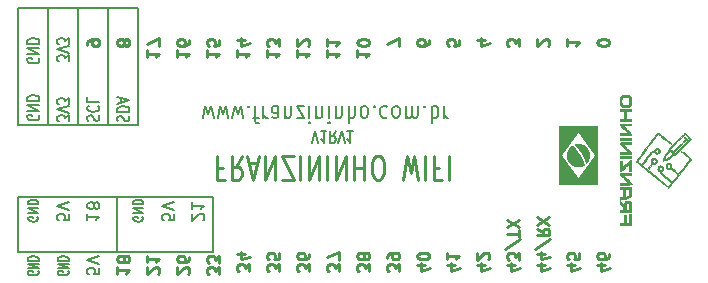
<source format=gbo>
G04 #@! TF.GenerationSoftware,KiCad,Pcbnew,5.1.12-84ad8e8a86~92~ubuntu21.04.1*
G04 #@! TF.CreationDate,2021-11-29T17:40:15-03:00*
G04 #@! TF.ProjectId,Franzininho WIFI,4672616e-7a69-46e6-996e-686f20574946,rev?*
G04 #@! TF.SameCoordinates,Original*
G04 #@! TF.FileFunction,Legend,Bot*
G04 #@! TF.FilePolarity,Positive*
%FSLAX46Y46*%
G04 Gerber Fmt 4.6, Leading zero omitted, Abs format (unit mm)*
G04 Created by KiCad (PCBNEW 5.1.12-84ad8e8a86~92~ubuntu21.04.1) date 2021-11-29 17:40:15*
%MOMM*%
%LPD*%
G01*
G04 APERTURE LIST*
%ADD10C,0.150000*%
%ADD11C,0.200000*%
%ADD12C,0.250000*%
%ADD13C,0.175000*%
%ADD14C,0.152400*%
%ADD15C,0.010000*%
G04 APERTURE END LIST*
D10*
X131260000Y-115269357D02*
X131302857Y-115326500D01*
X131302857Y-115412214D01*
X131260000Y-115497928D01*
X131174285Y-115555071D01*
X131088571Y-115583642D01*
X130917142Y-115612214D01*
X130788571Y-115612214D01*
X130617142Y-115583642D01*
X130531428Y-115555071D01*
X130445714Y-115497928D01*
X130402857Y-115412214D01*
X130402857Y-115355071D01*
X130445714Y-115269357D01*
X130488571Y-115240785D01*
X130788571Y-115240785D01*
X130788571Y-115355071D01*
X130402857Y-114983642D02*
X131302857Y-114983642D01*
X130402857Y-114640785D01*
X131302857Y-114640785D01*
X130402857Y-114355071D02*
X131302857Y-114355071D01*
X131302857Y-114212214D01*
X131260000Y-114126500D01*
X131174285Y-114069357D01*
X131088571Y-114040785D01*
X130917142Y-114012214D01*
X130788571Y-114012214D01*
X130617142Y-114040785D01*
X130531428Y-114069357D01*
X130445714Y-114126500D01*
X130402857Y-114212214D01*
X130402857Y-114355071D01*
D11*
X131357619Y-102555238D02*
X131357619Y-102060000D01*
X130976666Y-102326666D01*
X130976666Y-102212380D01*
X130929047Y-102136190D01*
X130881428Y-102098095D01*
X130786190Y-102060000D01*
X130548095Y-102060000D01*
X130452857Y-102098095D01*
X130405238Y-102136190D01*
X130357619Y-102212380D01*
X130357619Y-102440952D01*
X130405238Y-102517142D01*
X130452857Y-102555238D01*
X131357619Y-101831428D02*
X130357619Y-101564761D01*
X131357619Y-101298095D01*
X131357619Y-101107619D02*
X131357619Y-100612380D01*
X130976666Y-100879047D01*
X130976666Y-100764761D01*
X130929047Y-100688571D01*
X130881428Y-100650476D01*
X130786190Y-100612380D01*
X130548095Y-100612380D01*
X130452857Y-100650476D01*
X130405238Y-100688571D01*
X130357619Y-100764761D01*
X130357619Y-100993333D01*
X130405238Y-101069523D01*
X130452857Y-101107619D01*
X128770000Y-102034571D02*
X128817619Y-102110761D01*
X128817619Y-102225047D01*
X128770000Y-102339333D01*
X128674761Y-102415523D01*
X128579523Y-102453619D01*
X128389047Y-102491714D01*
X128246190Y-102491714D01*
X128055714Y-102453619D01*
X127960476Y-102415523D01*
X127865238Y-102339333D01*
X127817619Y-102225047D01*
X127817619Y-102148857D01*
X127865238Y-102034571D01*
X127912857Y-101996476D01*
X128246190Y-101996476D01*
X128246190Y-102148857D01*
X127817619Y-101653619D02*
X128817619Y-101653619D01*
X127817619Y-101196476D01*
X128817619Y-101196476D01*
X127817619Y-100815523D02*
X128817619Y-100815523D01*
X128817619Y-100625047D01*
X128770000Y-100510761D01*
X128674761Y-100434571D01*
X128579523Y-100396476D01*
X128389047Y-100358380D01*
X128246190Y-100358380D01*
X128055714Y-100396476D01*
X127960476Y-100434571D01*
X127865238Y-100510761D01*
X127817619Y-100625047D01*
X127817619Y-100815523D01*
D12*
X143057619Y-96555357D02*
X143057619Y-97126785D01*
X143057619Y-96841071D02*
X144057619Y-96841071D01*
X143914761Y-96936309D01*
X143819523Y-97031547D01*
X143771904Y-97126785D01*
X144057619Y-95650595D02*
X144057619Y-96126785D01*
X143581428Y-96174404D01*
X143629047Y-96126785D01*
X143676666Y-96031547D01*
X143676666Y-95793452D01*
X143629047Y-95698214D01*
X143581428Y-95650595D01*
X143486190Y-95602976D01*
X143248095Y-95602976D01*
X143152857Y-95650595D01*
X143105238Y-95698214D01*
X143057619Y-95793452D01*
X143057619Y-96031547D01*
X143105238Y-96126785D01*
X143152857Y-96174404D01*
D10*
X137160000Y-92964000D02*
X127000000Y-92964000D01*
X143510000Y-108966000D02*
X143510000Y-113665000D01*
X135382000Y-108966000D02*
X143510000Y-108966000D01*
X127000000Y-108966000D02*
X127000000Y-113665000D01*
X135382000Y-108966000D02*
X127000000Y-108966000D01*
X135382000Y-113665000D02*
X135382000Y-108966000D01*
X134620000Y-92964000D02*
X134620000Y-102870000D01*
X132080000Y-92964000D02*
X132080000Y-102870000D01*
X129540000Y-92964000D02*
X129540000Y-102870000D01*
X127000000Y-102870000D02*
X127000000Y-92964000D01*
X137160000Y-102870000D02*
X127000000Y-102870000D01*
X137160000Y-92964000D02*
X137160000Y-102870000D01*
D11*
X135485238Y-102555238D02*
X135437619Y-102440952D01*
X135437619Y-102250476D01*
X135485238Y-102174285D01*
X135532857Y-102136190D01*
X135628095Y-102098095D01*
X135723333Y-102098095D01*
X135818571Y-102136190D01*
X135866190Y-102174285D01*
X135913809Y-102250476D01*
X135961428Y-102402857D01*
X136009047Y-102479047D01*
X136056666Y-102517142D01*
X136151904Y-102555238D01*
X136247142Y-102555238D01*
X136342380Y-102517142D01*
X136390000Y-102479047D01*
X136437619Y-102402857D01*
X136437619Y-102212380D01*
X136390000Y-102098095D01*
X135437619Y-101755238D02*
X136437619Y-101755238D01*
X136437619Y-101564761D01*
X136390000Y-101450476D01*
X136294761Y-101374285D01*
X136199523Y-101336190D01*
X136009047Y-101298095D01*
X135866190Y-101298095D01*
X135675714Y-101336190D01*
X135580476Y-101374285D01*
X135485238Y-101450476D01*
X135437619Y-101564761D01*
X135437619Y-101755238D01*
X135723333Y-100993333D02*
X135723333Y-100612380D01*
X135437619Y-101069523D02*
X136437619Y-100802857D01*
X135437619Y-100536190D01*
X132945238Y-102517142D02*
X132897619Y-102402857D01*
X132897619Y-102212380D01*
X132945238Y-102136190D01*
X132992857Y-102098095D01*
X133088095Y-102060000D01*
X133183333Y-102060000D01*
X133278571Y-102098095D01*
X133326190Y-102136190D01*
X133373809Y-102212380D01*
X133421428Y-102364761D01*
X133469047Y-102440952D01*
X133516666Y-102479047D01*
X133611904Y-102517142D01*
X133707142Y-102517142D01*
X133802380Y-102479047D01*
X133850000Y-102440952D01*
X133897619Y-102364761D01*
X133897619Y-102174285D01*
X133850000Y-102060000D01*
X132992857Y-101260000D02*
X132945238Y-101298095D01*
X132897619Y-101412380D01*
X132897619Y-101488571D01*
X132945238Y-101602857D01*
X133040476Y-101679047D01*
X133135714Y-101717142D01*
X133326190Y-101755238D01*
X133469047Y-101755238D01*
X133659523Y-101717142D01*
X133754761Y-101679047D01*
X133850000Y-101602857D01*
X133897619Y-101488571D01*
X133897619Y-101412380D01*
X133850000Y-101298095D01*
X133802380Y-101260000D01*
X132897619Y-100536190D02*
X132897619Y-100917142D01*
X133897619Y-100917142D01*
D13*
X142692380Y-110947773D02*
X142740000Y-110900154D01*
X142787619Y-110804916D01*
X142787619Y-110566821D01*
X142740000Y-110471583D01*
X142692380Y-110423964D01*
X142597142Y-110376345D01*
X142501904Y-110376345D01*
X142359047Y-110423964D01*
X141787619Y-110995392D01*
X141787619Y-110376345D01*
X141787619Y-109423964D02*
X141787619Y-109995392D01*
X141787619Y-109709678D02*
X142787619Y-109709678D01*
X142644761Y-109804916D01*
X142549523Y-109900154D01*
X142501904Y-109995392D01*
X132897619Y-110376345D02*
X132897619Y-110947773D01*
X132897619Y-110662059D02*
X133897619Y-110662059D01*
X133754761Y-110757297D01*
X133659523Y-110852535D01*
X133611904Y-110947773D01*
X133469047Y-109804916D02*
X133516666Y-109900154D01*
X133564285Y-109947773D01*
X133659523Y-109995392D01*
X133707142Y-109995392D01*
X133802380Y-109947773D01*
X133850000Y-109900154D01*
X133897619Y-109804916D01*
X133897619Y-109614440D01*
X133850000Y-109519202D01*
X133802380Y-109471583D01*
X133707142Y-109423964D01*
X133659523Y-109423964D01*
X133564285Y-109471583D01*
X133516666Y-109519202D01*
X133469047Y-109614440D01*
X133469047Y-109804916D01*
X133421428Y-109900154D01*
X133373809Y-109947773D01*
X133278571Y-109995392D01*
X133088095Y-109995392D01*
X132992857Y-109947773D01*
X132945238Y-109900154D01*
X132897619Y-109804916D01*
X132897619Y-109614440D01*
X132945238Y-109519202D01*
X132992857Y-109471583D01*
X133088095Y-109423964D01*
X133278571Y-109423964D01*
X133373809Y-109471583D01*
X133421428Y-109519202D01*
X133469047Y-109614440D01*
X140247619Y-110423964D02*
X140247619Y-110900154D01*
X139771428Y-110947773D01*
X139819047Y-110900154D01*
X139866666Y-110804916D01*
X139866666Y-110566821D01*
X139819047Y-110471583D01*
X139771428Y-110423964D01*
X139676190Y-110376345D01*
X139438095Y-110376345D01*
X139342857Y-110423964D01*
X139295238Y-110471583D01*
X139247619Y-110566821D01*
X139247619Y-110804916D01*
X139295238Y-110900154D01*
X139342857Y-110947773D01*
X140247619Y-110090630D02*
X139247619Y-109757297D01*
X140247619Y-109423964D01*
X131357619Y-110423964D02*
X131357619Y-110900154D01*
X130881428Y-110947773D01*
X130929047Y-110900154D01*
X130976666Y-110804916D01*
X130976666Y-110566821D01*
X130929047Y-110471583D01*
X130881428Y-110423964D01*
X130786190Y-110376345D01*
X130548095Y-110376345D01*
X130452857Y-110423964D01*
X130405238Y-110471583D01*
X130357619Y-110566821D01*
X130357619Y-110804916D01*
X130405238Y-110900154D01*
X130452857Y-110947773D01*
X131357619Y-110090630D02*
X130357619Y-109757297D01*
X131357619Y-109423964D01*
X137560000Y-110668416D02*
X137598095Y-110735083D01*
X137598095Y-110835083D01*
X137560000Y-110935083D01*
X137483809Y-111001750D01*
X137407619Y-111035083D01*
X137255238Y-111068416D01*
X137140952Y-111068416D01*
X136988571Y-111035083D01*
X136912380Y-111001750D01*
X136836190Y-110935083D01*
X136798095Y-110835083D01*
X136798095Y-110768416D01*
X136836190Y-110668416D01*
X136874285Y-110635083D01*
X137140952Y-110635083D01*
X137140952Y-110768416D01*
X136798095Y-110335083D02*
X137598095Y-110335083D01*
X136798095Y-109935083D01*
X137598095Y-109935083D01*
X136798095Y-109601750D02*
X137598095Y-109601750D01*
X137598095Y-109435083D01*
X137560000Y-109335083D01*
X137483809Y-109268416D01*
X137407619Y-109235083D01*
X137255238Y-109201750D01*
X137140952Y-109201750D01*
X136988571Y-109235083D01*
X136912380Y-109268416D01*
X136836190Y-109335083D01*
X136798095Y-109435083D01*
X136798095Y-109601750D01*
X128670000Y-110668416D02*
X128708095Y-110735083D01*
X128708095Y-110835083D01*
X128670000Y-110935083D01*
X128593809Y-111001750D01*
X128517619Y-111035083D01*
X128365238Y-111068416D01*
X128250952Y-111068416D01*
X128098571Y-111035083D01*
X128022380Y-111001750D01*
X127946190Y-110935083D01*
X127908095Y-110835083D01*
X127908095Y-110768416D01*
X127946190Y-110668416D01*
X127984285Y-110635083D01*
X128250952Y-110635083D01*
X128250952Y-110768416D01*
X127908095Y-110335083D02*
X128708095Y-110335083D01*
X127908095Y-109935083D01*
X128708095Y-109935083D01*
X127908095Y-109601750D02*
X128708095Y-109601750D01*
X128708095Y-109435083D01*
X128670000Y-109335083D01*
X128593809Y-109268416D01*
X128517619Y-109235083D01*
X128365238Y-109201750D01*
X128250952Y-109201750D01*
X128098571Y-109235083D01*
X128022380Y-109268416D01*
X127946190Y-109335083D01*
X127908095Y-109435083D01*
X127908095Y-109601750D01*
D10*
X143510000Y-113665000D02*
X127000000Y-113665000D01*
X128720000Y-115269357D02*
X128762857Y-115326500D01*
X128762857Y-115412214D01*
X128720000Y-115497928D01*
X128634285Y-115555071D01*
X128548571Y-115583642D01*
X128377142Y-115612214D01*
X128248571Y-115612214D01*
X128077142Y-115583642D01*
X127991428Y-115555071D01*
X127905714Y-115497928D01*
X127862857Y-115412214D01*
X127862857Y-115355071D01*
X127905714Y-115269357D01*
X127948571Y-115240785D01*
X128248571Y-115240785D01*
X128248571Y-115355071D01*
X127862857Y-114983642D02*
X128762857Y-114983642D01*
X127862857Y-114640785D01*
X128762857Y-114640785D01*
X127862857Y-114355071D02*
X128762857Y-114355071D01*
X128762857Y-114212214D01*
X128720000Y-114126500D01*
X128634285Y-114069357D01*
X128548571Y-114040785D01*
X128377142Y-114012214D01*
X128248571Y-114012214D01*
X128077142Y-114040785D01*
X127991428Y-114069357D01*
X127905714Y-114126500D01*
X127862857Y-114212214D01*
X127862857Y-114355071D01*
D12*
X137977619Y-96555357D02*
X137977619Y-97126785D01*
X137977619Y-96841071D02*
X138977619Y-96841071D01*
X138834761Y-96936309D01*
X138739523Y-97031547D01*
X138691904Y-97126785D01*
X138977619Y-96222023D02*
X138977619Y-95555357D01*
X137977619Y-95983928D01*
X144348571Y-106552857D02*
X143848571Y-106552857D01*
X143848571Y-105505238D02*
X143848571Y-107505238D01*
X144562857Y-107505238D01*
X145991428Y-105505238D02*
X145491428Y-106457619D01*
X145134285Y-105505238D02*
X145134285Y-107505238D01*
X145705714Y-107505238D01*
X145848571Y-107410000D01*
X145920000Y-107314761D01*
X145991428Y-107124285D01*
X145991428Y-106838571D01*
X145920000Y-106648095D01*
X145848571Y-106552857D01*
X145705714Y-106457619D01*
X145134285Y-106457619D01*
X146562857Y-106076666D02*
X147277142Y-106076666D01*
X146420000Y-105505238D02*
X146920000Y-107505238D01*
X147420000Y-105505238D01*
X147920000Y-105505238D02*
X147920000Y-107505238D01*
X148777142Y-105505238D01*
X148777142Y-107505238D01*
X149348571Y-107505238D02*
X150348571Y-107505238D01*
X149348571Y-105505238D01*
X150348571Y-105505238D01*
X150920000Y-105505238D02*
X150920000Y-107505238D01*
X151634285Y-105505238D02*
X151634285Y-107505238D01*
X152491428Y-105505238D01*
X152491428Y-107505238D01*
X153205714Y-105505238D02*
X153205714Y-107505238D01*
X153920000Y-105505238D02*
X153920000Y-107505238D01*
X154777142Y-105505238D01*
X154777142Y-107505238D01*
X155491428Y-105505238D02*
X155491428Y-107505238D01*
X155491428Y-106552857D02*
X156348571Y-106552857D01*
X156348571Y-105505238D02*
X156348571Y-107505238D01*
X157348571Y-107505238D02*
X157634285Y-107505238D01*
X157777142Y-107410000D01*
X157920000Y-107219523D01*
X157991428Y-106838571D01*
X157991428Y-106171904D01*
X157920000Y-105790952D01*
X157777142Y-105600476D01*
X157634285Y-105505238D01*
X157348571Y-105505238D01*
X157205714Y-105600476D01*
X157062857Y-105790952D01*
X156991428Y-106171904D01*
X156991428Y-106838571D01*
X157062857Y-107219523D01*
X157205714Y-107410000D01*
X157348571Y-107505238D01*
X159634285Y-107505238D02*
X159991428Y-105505238D01*
X160277142Y-106933809D01*
X160562857Y-105505238D01*
X160920000Y-107505238D01*
X161491428Y-105505238D02*
X161491428Y-107505238D01*
X162705714Y-106552857D02*
X162205714Y-106552857D01*
X162205714Y-105505238D02*
X162205714Y-107505238D01*
X162920000Y-107505238D01*
X163491428Y-105505238D02*
X163491428Y-107505238D01*
D10*
X151898571Y-104370119D02*
X152165238Y-103370119D01*
X152431904Y-104370119D01*
X153117619Y-103370119D02*
X152660476Y-103370119D01*
X152889047Y-103370119D02*
X152889047Y-104370119D01*
X152812857Y-104227261D01*
X152736666Y-104132023D01*
X152660476Y-104084404D01*
X153917619Y-103370119D02*
X153650952Y-103846309D01*
X153460476Y-103370119D02*
X153460476Y-104370119D01*
X153765238Y-104370119D01*
X153841428Y-104322500D01*
X153879523Y-104274880D01*
X153917619Y-104179642D01*
X153917619Y-104036785D01*
X153879523Y-103941547D01*
X153841428Y-103893928D01*
X153765238Y-103846309D01*
X153460476Y-103846309D01*
X154146190Y-104370119D02*
X154412857Y-103370119D01*
X154679523Y-104370119D01*
X155365238Y-103370119D02*
X154908095Y-103370119D01*
X155136666Y-103370119D02*
X155136666Y-104370119D01*
X155060476Y-104227261D01*
X154984285Y-104132023D01*
X154908095Y-104084404D01*
D12*
X151677619Y-115264642D02*
X151677619Y-114645595D01*
X151296666Y-114978928D01*
X151296666Y-114836071D01*
X151249047Y-114740833D01*
X151201428Y-114693214D01*
X151106190Y-114645595D01*
X150868095Y-114645595D01*
X150772857Y-114693214D01*
X150725238Y-114740833D01*
X150677619Y-114836071D01*
X150677619Y-115121785D01*
X150725238Y-115217023D01*
X150772857Y-115264642D01*
X151677619Y-113788452D02*
X151677619Y-113978928D01*
X151630000Y-114074166D01*
X151582380Y-114121785D01*
X151439523Y-114217023D01*
X151249047Y-114264642D01*
X150868095Y-114264642D01*
X150772857Y-114217023D01*
X150725238Y-114169404D01*
X150677619Y-114074166D01*
X150677619Y-113883690D01*
X150725238Y-113788452D01*
X150772857Y-113740833D01*
X150868095Y-113693214D01*
X151106190Y-113693214D01*
X151201428Y-113740833D01*
X151249047Y-113788452D01*
X151296666Y-113883690D01*
X151296666Y-114074166D01*
X151249047Y-114169404D01*
X151201428Y-114217023D01*
X151106190Y-114264642D01*
X141422380Y-115471023D02*
X141470000Y-115423404D01*
X141517619Y-115328166D01*
X141517619Y-115090071D01*
X141470000Y-114994833D01*
X141422380Y-114947214D01*
X141327142Y-114899595D01*
X141231904Y-114899595D01*
X141089047Y-114947214D01*
X140517619Y-115518642D01*
X140517619Y-114899595D01*
X141517619Y-114042452D02*
X141517619Y-114232928D01*
X141470000Y-114328166D01*
X141422380Y-114375785D01*
X141279523Y-114471023D01*
X141089047Y-114518642D01*
X140708095Y-114518642D01*
X140612857Y-114471023D01*
X140565238Y-114423404D01*
X140517619Y-114328166D01*
X140517619Y-114137690D01*
X140565238Y-114042452D01*
X140612857Y-113994833D01*
X140708095Y-113947214D01*
X140946190Y-113947214D01*
X141041428Y-113994833D01*
X141089047Y-114042452D01*
X141136666Y-114137690D01*
X141136666Y-114328166D01*
X141089047Y-114423404D01*
X141041428Y-114471023D01*
X140946190Y-114518642D01*
D13*
X133897619Y-114995964D02*
X133897619Y-115472154D01*
X133421428Y-115519773D01*
X133469047Y-115472154D01*
X133516666Y-115376916D01*
X133516666Y-115138821D01*
X133469047Y-115043583D01*
X133421428Y-114995964D01*
X133326190Y-114948345D01*
X133088095Y-114948345D01*
X132992857Y-114995964D01*
X132945238Y-115043583D01*
X132897619Y-115138821D01*
X132897619Y-115376916D01*
X132945238Y-115472154D01*
X132992857Y-115519773D01*
X133897619Y-114662630D02*
X132897619Y-114329297D01*
X133897619Y-113995964D01*
D12*
X138882380Y-115471023D02*
X138930000Y-115423404D01*
X138977619Y-115328166D01*
X138977619Y-115090071D01*
X138930000Y-114994833D01*
X138882380Y-114947214D01*
X138787142Y-114899595D01*
X138691904Y-114899595D01*
X138549047Y-114947214D01*
X137977619Y-115518642D01*
X137977619Y-114899595D01*
X137977619Y-113947214D02*
X137977619Y-114518642D01*
X137977619Y-114232928D02*
X138977619Y-114232928D01*
X138834761Y-114328166D01*
X138739523Y-114423404D01*
X138691904Y-114518642D01*
X169124285Y-114740833D02*
X168457619Y-114740833D01*
X169505238Y-114978928D02*
X168790952Y-115217023D01*
X168790952Y-114597976D01*
X169457619Y-114312261D02*
X169457619Y-113693214D01*
X169076666Y-114026547D01*
X169076666Y-113883690D01*
X169029047Y-113788452D01*
X168981428Y-113740833D01*
X168886190Y-113693214D01*
X168648095Y-113693214D01*
X168552857Y-113740833D01*
X168505238Y-113788452D01*
X168457619Y-113883690D01*
X168457619Y-114169404D01*
X168505238Y-114264642D01*
X168552857Y-114312261D01*
X169505238Y-112550357D02*
X168219523Y-113407500D01*
X169457619Y-112359880D02*
X169457619Y-111788452D01*
X168457619Y-112074166D02*
X169457619Y-112074166D01*
X169457619Y-111550357D02*
X168457619Y-110883690D01*
X169457619Y-110883690D02*
X168457619Y-111550357D01*
X161504285Y-114740833D02*
X160837619Y-114740833D01*
X161885238Y-114978928D02*
X161170952Y-115217023D01*
X161170952Y-114597976D01*
X161837619Y-114026547D02*
X161837619Y-113931309D01*
X161790000Y-113836071D01*
X161742380Y-113788452D01*
X161647142Y-113740833D01*
X161456666Y-113693214D01*
X161218571Y-113693214D01*
X161028095Y-113740833D01*
X160932857Y-113788452D01*
X160885238Y-113836071D01*
X160837619Y-113931309D01*
X160837619Y-114026547D01*
X160885238Y-114121785D01*
X160932857Y-114169404D01*
X161028095Y-114217023D01*
X161218571Y-114264642D01*
X161456666Y-114264642D01*
X161647142Y-114217023D01*
X161742380Y-114169404D01*
X161790000Y-114121785D01*
X161837619Y-114026547D01*
X135437619Y-114899595D02*
X135437619Y-115471023D01*
X135437619Y-115185309D02*
X136437619Y-115185309D01*
X136294761Y-115280547D01*
X136199523Y-115375785D01*
X136151904Y-115471023D01*
X136009047Y-114328166D02*
X136056666Y-114423404D01*
X136104285Y-114471023D01*
X136199523Y-114518642D01*
X136247142Y-114518642D01*
X136342380Y-114471023D01*
X136390000Y-114423404D01*
X136437619Y-114328166D01*
X136437619Y-114137690D01*
X136390000Y-114042452D01*
X136342380Y-113994833D01*
X136247142Y-113947214D01*
X136199523Y-113947214D01*
X136104285Y-113994833D01*
X136056666Y-114042452D01*
X136009047Y-114137690D01*
X136009047Y-114328166D01*
X135961428Y-114423404D01*
X135913809Y-114471023D01*
X135818571Y-114518642D01*
X135628095Y-114518642D01*
X135532857Y-114471023D01*
X135485238Y-114423404D01*
X135437619Y-114328166D01*
X135437619Y-114137690D01*
X135485238Y-114042452D01*
X135532857Y-113994833D01*
X135628095Y-113947214D01*
X135818571Y-113947214D01*
X135913809Y-113994833D01*
X135961428Y-114042452D01*
X136009047Y-114137690D01*
X176744285Y-114740833D02*
X176077619Y-114740833D01*
X177125238Y-114978928D02*
X176410952Y-115217023D01*
X176410952Y-114597976D01*
X177077619Y-113788452D02*
X177077619Y-113978928D01*
X177030000Y-114074166D01*
X176982380Y-114121785D01*
X176839523Y-114217023D01*
X176649047Y-114264642D01*
X176268095Y-114264642D01*
X176172857Y-114217023D01*
X176125238Y-114169404D01*
X176077619Y-114074166D01*
X176077619Y-113883690D01*
X176125238Y-113788452D01*
X176172857Y-113740833D01*
X176268095Y-113693214D01*
X176506190Y-113693214D01*
X176601428Y-113740833D01*
X176649047Y-113788452D01*
X176696666Y-113883690D01*
X176696666Y-114074166D01*
X176649047Y-114169404D01*
X176601428Y-114217023D01*
X176506190Y-114264642D01*
X146597619Y-115264642D02*
X146597619Y-114645595D01*
X146216666Y-114978928D01*
X146216666Y-114836071D01*
X146169047Y-114740833D01*
X146121428Y-114693214D01*
X146026190Y-114645595D01*
X145788095Y-114645595D01*
X145692857Y-114693214D01*
X145645238Y-114740833D01*
X145597619Y-114836071D01*
X145597619Y-115121785D01*
X145645238Y-115217023D01*
X145692857Y-115264642D01*
X146264285Y-113788452D02*
X145597619Y-113788452D01*
X146645238Y-114026547D02*
X145930952Y-114264642D01*
X145930952Y-113645595D01*
X166584285Y-114740833D02*
X165917619Y-114740833D01*
X166965238Y-114978928D02*
X166250952Y-115217023D01*
X166250952Y-114597976D01*
X166822380Y-114264642D02*
X166870000Y-114217023D01*
X166917619Y-114121785D01*
X166917619Y-113883690D01*
X166870000Y-113788452D01*
X166822380Y-113740833D01*
X166727142Y-113693214D01*
X166631904Y-113693214D01*
X166489047Y-113740833D01*
X165917619Y-114312261D01*
X165917619Y-113693214D01*
X149137619Y-115264642D02*
X149137619Y-114645595D01*
X148756666Y-114978928D01*
X148756666Y-114836071D01*
X148709047Y-114740833D01*
X148661428Y-114693214D01*
X148566190Y-114645595D01*
X148328095Y-114645595D01*
X148232857Y-114693214D01*
X148185238Y-114740833D01*
X148137619Y-114836071D01*
X148137619Y-115121785D01*
X148185238Y-115217023D01*
X148232857Y-115264642D01*
X149137619Y-113740833D02*
X149137619Y-114217023D01*
X148661428Y-114264642D01*
X148709047Y-114217023D01*
X148756666Y-114121785D01*
X148756666Y-113883690D01*
X148709047Y-113788452D01*
X148661428Y-113740833D01*
X148566190Y-113693214D01*
X148328095Y-113693214D01*
X148232857Y-113740833D01*
X148185238Y-113788452D01*
X148137619Y-113883690D01*
X148137619Y-114121785D01*
X148185238Y-114217023D01*
X148232857Y-114264642D01*
X174204285Y-114740833D02*
X173537619Y-114740833D01*
X174585238Y-114978928D02*
X173870952Y-115217023D01*
X173870952Y-114597976D01*
X174537619Y-113740833D02*
X174537619Y-114217023D01*
X174061428Y-114264642D01*
X174109047Y-114217023D01*
X174156666Y-114121785D01*
X174156666Y-113883690D01*
X174109047Y-113788452D01*
X174061428Y-113740833D01*
X173966190Y-113693214D01*
X173728095Y-113693214D01*
X173632857Y-113740833D01*
X173585238Y-113788452D01*
X173537619Y-113883690D01*
X173537619Y-114121785D01*
X173585238Y-114217023D01*
X173632857Y-114264642D01*
X171664285Y-114740833D02*
X170997619Y-114740833D01*
X172045238Y-114978928D02*
X171330952Y-115217023D01*
X171330952Y-114597976D01*
X171664285Y-113788452D02*
X170997619Y-113788452D01*
X172045238Y-114026547D02*
X171330952Y-114264642D01*
X171330952Y-113645595D01*
X172045238Y-112550357D02*
X170759523Y-113407500D01*
X170997619Y-111645595D02*
X171473809Y-111978928D01*
X170997619Y-112217023D02*
X171997619Y-112217023D01*
X171997619Y-111836071D01*
X171950000Y-111740833D01*
X171902380Y-111693214D01*
X171807142Y-111645595D01*
X171664285Y-111645595D01*
X171569047Y-111693214D01*
X171521428Y-111740833D01*
X171473809Y-111836071D01*
X171473809Y-112217023D01*
X171997619Y-111312261D02*
X170997619Y-110645595D01*
X171997619Y-110645595D02*
X170997619Y-111312261D01*
X159297619Y-115264642D02*
X159297619Y-114645595D01*
X158916666Y-114978928D01*
X158916666Y-114836071D01*
X158869047Y-114740833D01*
X158821428Y-114693214D01*
X158726190Y-114645595D01*
X158488095Y-114645595D01*
X158392857Y-114693214D01*
X158345238Y-114740833D01*
X158297619Y-114836071D01*
X158297619Y-115121785D01*
X158345238Y-115217023D01*
X158392857Y-115264642D01*
X158297619Y-114169404D02*
X158297619Y-113978928D01*
X158345238Y-113883690D01*
X158392857Y-113836071D01*
X158535714Y-113740833D01*
X158726190Y-113693214D01*
X159107142Y-113693214D01*
X159202380Y-113740833D01*
X159250000Y-113788452D01*
X159297619Y-113883690D01*
X159297619Y-114074166D01*
X159250000Y-114169404D01*
X159202380Y-114217023D01*
X159107142Y-114264642D01*
X158869047Y-114264642D01*
X158773809Y-114217023D01*
X158726190Y-114169404D01*
X158678571Y-114074166D01*
X158678571Y-113883690D01*
X158726190Y-113788452D01*
X158773809Y-113740833D01*
X158869047Y-113693214D01*
X154217619Y-115264642D02*
X154217619Y-114645595D01*
X153836666Y-114978928D01*
X153836666Y-114836071D01*
X153789047Y-114740833D01*
X153741428Y-114693214D01*
X153646190Y-114645595D01*
X153408095Y-114645595D01*
X153312857Y-114693214D01*
X153265238Y-114740833D01*
X153217619Y-114836071D01*
X153217619Y-115121785D01*
X153265238Y-115217023D01*
X153312857Y-115264642D01*
X154217619Y-114312261D02*
X154217619Y-113645595D01*
X153217619Y-114074166D01*
X164044285Y-114740833D02*
X163377619Y-114740833D01*
X164425238Y-114978928D02*
X163710952Y-115217023D01*
X163710952Y-114597976D01*
X163377619Y-113693214D02*
X163377619Y-114264642D01*
X163377619Y-113978928D02*
X164377619Y-113978928D01*
X164234761Y-114074166D01*
X164139523Y-114169404D01*
X164091904Y-114264642D01*
X156757619Y-115264642D02*
X156757619Y-114645595D01*
X156376666Y-114978928D01*
X156376666Y-114836071D01*
X156329047Y-114740833D01*
X156281428Y-114693214D01*
X156186190Y-114645595D01*
X155948095Y-114645595D01*
X155852857Y-114693214D01*
X155805238Y-114740833D01*
X155757619Y-114836071D01*
X155757619Y-115121785D01*
X155805238Y-115217023D01*
X155852857Y-115264642D01*
X156329047Y-114074166D02*
X156376666Y-114169404D01*
X156424285Y-114217023D01*
X156519523Y-114264642D01*
X156567142Y-114264642D01*
X156662380Y-114217023D01*
X156710000Y-114169404D01*
X156757619Y-114074166D01*
X156757619Y-113883690D01*
X156710000Y-113788452D01*
X156662380Y-113740833D01*
X156567142Y-113693214D01*
X156519523Y-113693214D01*
X156424285Y-113740833D01*
X156376666Y-113788452D01*
X156329047Y-113883690D01*
X156329047Y-114074166D01*
X156281428Y-114169404D01*
X156233809Y-114217023D01*
X156138571Y-114264642D01*
X155948095Y-114264642D01*
X155852857Y-114217023D01*
X155805238Y-114169404D01*
X155757619Y-114074166D01*
X155757619Y-113883690D01*
X155805238Y-113788452D01*
X155852857Y-113740833D01*
X155948095Y-113693214D01*
X156138571Y-113693214D01*
X156233809Y-113740833D01*
X156281428Y-113788452D01*
X156329047Y-113883690D01*
X144057619Y-115518642D02*
X144057619Y-114899595D01*
X143676666Y-115232928D01*
X143676666Y-115090071D01*
X143629047Y-114994833D01*
X143581428Y-114947214D01*
X143486190Y-114899595D01*
X143248095Y-114899595D01*
X143152857Y-114947214D01*
X143105238Y-114994833D01*
X143057619Y-115090071D01*
X143057619Y-115375785D01*
X143105238Y-115471023D01*
X143152857Y-115518642D01*
X144057619Y-114566261D02*
X144057619Y-113947214D01*
X143676666Y-114280547D01*
X143676666Y-114137690D01*
X143629047Y-114042452D01*
X143581428Y-113994833D01*
X143486190Y-113947214D01*
X143248095Y-113947214D01*
X143152857Y-113994833D01*
X143105238Y-114042452D01*
X143057619Y-114137690D01*
X143057619Y-114423404D01*
X143105238Y-114518642D01*
X143152857Y-114566261D01*
X140517619Y-96555357D02*
X140517619Y-97126785D01*
X140517619Y-96841071D02*
X141517619Y-96841071D01*
X141374761Y-96936309D01*
X141279523Y-97031547D01*
X141231904Y-97126785D01*
X141517619Y-95698214D02*
X141517619Y-95888690D01*
X141470000Y-95983928D01*
X141422380Y-96031547D01*
X141279523Y-96126785D01*
X141089047Y-96174404D01*
X140708095Y-96174404D01*
X140612857Y-96126785D01*
X140565238Y-96079166D01*
X140517619Y-95983928D01*
X140517619Y-95793452D01*
X140565238Y-95698214D01*
X140612857Y-95650595D01*
X140708095Y-95602976D01*
X140946190Y-95602976D01*
X141041428Y-95650595D01*
X141089047Y-95698214D01*
X141136666Y-95793452D01*
X141136666Y-95983928D01*
X141089047Y-96079166D01*
X141041428Y-96126785D01*
X140946190Y-96174404D01*
X155757619Y-96555357D02*
X155757619Y-97126785D01*
X155757619Y-96841071D02*
X156757619Y-96841071D01*
X156614761Y-96936309D01*
X156519523Y-97031547D01*
X156471904Y-97126785D01*
X156757619Y-95936309D02*
X156757619Y-95841071D01*
X156710000Y-95745833D01*
X156662380Y-95698214D01*
X156567142Y-95650595D01*
X156376666Y-95602976D01*
X156138571Y-95602976D01*
X155948095Y-95650595D01*
X155852857Y-95698214D01*
X155805238Y-95745833D01*
X155757619Y-95841071D01*
X155757619Y-95936309D01*
X155805238Y-96031547D01*
X155852857Y-96079166D01*
X155948095Y-96126785D01*
X156138571Y-96174404D01*
X156376666Y-96174404D01*
X156567142Y-96126785D01*
X156662380Y-96079166D01*
X156710000Y-96031547D01*
X156757619Y-95936309D01*
X145597619Y-96555357D02*
X145597619Y-97126785D01*
X145597619Y-96841071D02*
X146597619Y-96841071D01*
X146454761Y-96936309D01*
X146359523Y-97031547D01*
X146311904Y-97126785D01*
X146264285Y-95698214D02*
X145597619Y-95698214D01*
X146645238Y-95936309D02*
X145930952Y-96174404D01*
X145930952Y-95555357D01*
X132897619Y-96079166D02*
X132897619Y-95888690D01*
X132945238Y-95793452D01*
X132992857Y-95745833D01*
X133135714Y-95650595D01*
X133326190Y-95602976D01*
X133707142Y-95602976D01*
X133802380Y-95650595D01*
X133850000Y-95698214D01*
X133897619Y-95793452D01*
X133897619Y-95983928D01*
X133850000Y-96079166D01*
X133802380Y-96126785D01*
X133707142Y-96174404D01*
X133469047Y-96174404D01*
X133373809Y-96126785D01*
X133326190Y-96079166D01*
X133278571Y-95983928D01*
X133278571Y-95793452D01*
X133326190Y-95698214D01*
X133373809Y-95650595D01*
X133469047Y-95602976D01*
X166584285Y-95698214D02*
X165917619Y-95698214D01*
X166965238Y-95936309D02*
X166250952Y-96174404D01*
X166250952Y-95555357D01*
D11*
X131357619Y-97475238D02*
X131357619Y-96980000D01*
X130976666Y-97246666D01*
X130976666Y-97132380D01*
X130929047Y-97056190D01*
X130881428Y-97018095D01*
X130786190Y-96980000D01*
X130548095Y-96980000D01*
X130452857Y-97018095D01*
X130405238Y-97056190D01*
X130357619Y-97132380D01*
X130357619Y-97360952D01*
X130405238Y-97437142D01*
X130452857Y-97475238D01*
X131357619Y-96751428D02*
X130357619Y-96484761D01*
X131357619Y-96218095D01*
X131357619Y-96027619D02*
X131357619Y-95532380D01*
X130976666Y-95799047D01*
X130976666Y-95684761D01*
X130929047Y-95608571D01*
X130881428Y-95570476D01*
X130786190Y-95532380D01*
X130548095Y-95532380D01*
X130452857Y-95570476D01*
X130405238Y-95608571D01*
X130357619Y-95684761D01*
X130357619Y-95913333D01*
X130405238Y-95989523D01*
X130452857Y-96027619D01*
D12*
X150677619Y-96555357D02*
X150677619Y-97126785D01*
X150677619Y-96841071D02*
X151677619Y-96841071D01*
X151534761Y-96936309D01*
X151439523Y-97031547D01*
X151391904Y-97126785D01*
X151582380Y-96174404D02*
X151630000Y-96126785D01*
X151677619Y-96031547D01*
X151677619Y-95793452D01*
X151630000Y-95698214D01*
X151582380Y-95650595D01*
X151487142Y-95602976D01*
X151391904Y-95602976D01*
X151249047Y-95650595D01*
X150677619Y-96222023D01*
X150677619Y-95602976D01*
D11*
X128770000Y-97208571D02*
X128817619Y-97284761D01*
X128817619Y-97399047D01*
X128770000Y-97513333D01*
X128674761Y-97589523D01*
X128579523Y-97627619D01*
X128389047Y-97665714D01*
X128246190Y-97665714D01*
X128055714Y-97627619D01*
X127960476Y-97589523D01*
X127865238Y-97513333D01*
X127817619Y-97399047D01*
X127817619Y-97322857D01*
X127865238Y-97208571D01*
X127912857Y-97170476D01*
X128246190Y-97170476D01*
X128246190Y-97322857D01*
X127817619Y-96827619D02*
X128817619Y-96827619D01*
X127817619Y-96370476D01*
X128817619Y-96370476D01*
X127817619Y-95989523D02*
X128817619Y-95989523D01*
X128817619Y-95799047D01*
X128770000Y-95684761D01*
X128674761Y-95608571D01*
X128579523Y-95570476D01*
X128389047Y-95532380D01*
X128246190Y-95532380D01*
X128055714Y-95570476D01*
X127960476Y-95608571D01*
X127865238Y-95684761D01*
X127817619Y-95799047D01*
X127817619Y-95989523D01*
D12*
X148137619Y-96555357D02*
X148137619Y-97126785D01*
X148137619Y-96841071D02*
X149137619Y-96841071D01*
X148994761Y-96936309D01*
X148899523Y-97031547D01*
X148851904Y-97126785D01*
X149137619Y-96222023D02*
X149137619Y-95602976D01*
X148756666Y-95936309D01*
X148756666Y-95793452D01*
X148709047Y-95698214D01*
X148661428Y-95650595D01*
X148566190Y-95602976D01*
X148328095Y-95602976D01*
X148232857Y-95650595D01*
X148185238Y-95698214D01*
X148137619Y-95793452D01*
X148137619Y-96079166D01*
X148185238Y-96174404D01*
X148232857Y-96222023D01*
X136009047Y-95983928D02*
X136056666Y-96079166D01*
X136104285Y-96126785D01*
X136199523Y-96174404D01*
X136247142Y-96174404D01*
X136342380Y-96126785D01*
X136390000Y-96079166D01*
X136437619Y-95983928D01*
X136437619Y-95793452D01*
X136390000Y-95698214D01*
X136342380Y-95650595D01*
X136247142Y-95602976D01*
X136199523Y-95602976D01*
X136104285Y-95650595D01*
X136056666Y-95698214D01*
X136009047Y-95793452D01*
X136009047Y-95983928D01*
X135961428Y-96079166D01*
X135913809Y-96126785D01*
X135818571Y-96174404D01*
X135628095Y-96174404D01*
X135532857Y-96126785D01*
X135485238Y-96079166D01*
X135437619Y-95983928D01*
X135437619Y-95793452D01*
X135485238Y-95698214D01*
X135532857Y-95650595D01*
X135628095Y-95602976D01*
X135818571Y-95602976D01*
X135913809Y-95650595D01*
X135961428Y-95698214D01*
X136009047Y-95793452D01*
X153217619Y-96555357D02*
X153217619Y-97126785D01*
X153217619Y-96841071D02*
X154217619Y-96841071D01*
X154074761Y-96936309D01*
X153979523Y-97031547D01*
X153931904Y-97126785D01*
X153217619Y-95602976D02*
X153217619Y-96174404D01*
X153217619Y-95888690D02*
X154217619Y-95888690D01*
X154074761Y-95983928D01*
X153979523Y-96079166D01*
X153931904Y-96174404D01*
X164377619Y-95650595D02*
X164377619Y-96126785D01*
X163901428Y-96174404D01*
X163949047Y-96126785D01*
X163996666Y-96031547D01*
X163996666Y-95793452D01*
X163949047Y-95698214D01*
X163901428Y-95650595D01*
X163806190Y-95602976D01*
X163568095Y-95602976D01*
X163472857Y-95650595D01*
X163425238Y-95698214D01*
X163377619Y-95793452D01*
X163377619Y-96031547D01*
X163425238Y-96126785D01*
X163472857Y-96174404D01*
X161837619Y-95698214D02*
X161837619Y-95888690D01*
X161790000Y-95983928D01*
X161742380Y-96031547D01*
X161599523Y-96126785D01*
X161409047Y-96174404D01*
X161028095Y-96174404D01*
X160932857Y-96126785D01*
X160885238Y-96079166D01*
X160837619Y-95983928D01*
X160837619Y-95793452D01*
X160885238Y-95698214D01*
X160932857Y-95650595D01*
X161028095Y-95602976D01*
X161266190Y-95602976D01*
X161361428Y-95650595D01*
X161409047Y-95698214D01*
X161456666Y-95793452D01*
X161456666Y-95983928D01*
X161409047Y-96079166D01*
X161361428Y-96126785D01*
X161266190Y-96174404D01*
X169457619Y-96222023D02*
X169457619Y-95602976D01*
X169076666Y-95936309D01*
X169076666Y-95793452D01*
X169029047Y-95698214D01*
X168981428Y-95650595D01*
X168886190Y-95602976D01*
X168648095Y-95602976D01*
X168552857Y-95650595D01*
X168505238Y-95698214D01*
X168457619Y-95793452D01*
X168457619Y-96079166D01*
X168505238Y-96174404D01*
X168552857Y-96222023D01*
X159297619Y-96222023D02*
X159297619Y-95555357D01*
X158297619Y-95983928D01*
X171902380Y-96174404D02*
X171950000Y-96126785D01*
X171997619Y-96031547D01*
X171997619Y-95793452D01*
X171950000Y-95698214D01*
X171902380Y-95650595D01*
X171807142Y-95602976D01*
X171711904Y-95602976D01*
X171569047Y-95650595D01*
X170997619Y-96222023D01*
X170997619Y-95602976D01*
X173537619Y-95602976D02*
X173537619Y-96174404D01*
X173537619Y-95888690D02*
X174537619Y-95888690D01*
X174394761Y-95983928D01*
X174299523Y-96079166D01*
X174251904Y-96174404D01*
X177077619Y-95936309D02*
X177077619Y-95841071D01*
X177030000Y-95745833D01*
X176982380Y-95698214D01*
X176887142Y-95650595D01*
X176696666Y-95602976D01*
X176458571Y-95602976D01*
X176268095Y-95650595D01*
X176172857Y-95698214D01*
X176125238Y-95745833D01*
X176077619Y-95841071D01*
X176077619Y-95936309D01*
X176125238Y-96031547D01*
X176172857Y-96079166D01*
X176268095Y-96126785D01*
X176458571Y-96174404D01*
X176696666Y-96174404D01*
X176887142Y-96126785D01*
X176982380Y-96079166D01*
X177030000Y-96031547D01*
X177077619Y-95936309D01*
D14*
X142663571Y-102250928D02*
X142892142Y-101250928D01*
X143120714Y-101965214D01*
X143349285Y-101250928D01*
X143577857Y-102250928D01*
X143920714Y-102250928D02*
X144149285Y-101250928D01*
X144377857Y-101965214D01*
X144606428Y-101250928D01*
X144835000Y-102250928D01*
X145177857Y-102250928D02*
X145406428Y-101250928D01*
X145635000Y-101965214D01*
X145863571Y-101250928D01*
X146092142Y-102250928D01*
X146549285Y-101393785D02*
X146606428Y-101322357D01*
X146549285Y-101250928D01*
X146492142Y-101322357D01*
X146549285Y-101393785D01*
X146549285Y-101250928D01*
X146949285Y-102250928D02*
X147406428Y-102250928D01*
X147120714Y-101250928D02*
X147120714Y-102536642D01*
X147177857Y-102679500D01*
X147292142Y-102750928D01*
X147406428Y-102750928D01*
X147806428Y-101250928D02*
X147806428Y-102250928D01*
X147806428Y-101965214D02*
X147863571Y-102108071D01*
X147920714Y-102179500D01*
X148035000Y-102250928D01*
X148149285Y-102250928D01*
X149063571Y-101250928D02*
X149063571Y-102036642D01*
X149006428Y-102179500D01*
X148892142Y-102250928D01*
X148663571Y-102250928D01*
X148549285Y-102179500D01*
X149063571Y-101322357D02*
X148949285Y-101250928D01*
X148663571Y-101250928D01*
X148549285Y-101322357D01*
X148492142Y-101465214D01*
X148492142Y-101608071D01*
X148549285Y-101750928D01*
X148663571Y-101822357D01*
X148949285Y-101822357D01*
X149063571Y-101893785D01*
X149635000Y-102250928D02*
X149635000Y-101250928D01*
X149635000Y-102108071D02*
X149692142Y-102179500D01*
X149806428Y-102250928D01*
X149977857Y-102250928D01*
X150092142Y-102179500D01*
X150149285Y-102036642D01*
X150149285Y-101250928D01*
X150606428Y-102250928D02*
X151235000Y-102250928D01*
X150606428Y-101250928D01*
X151235000Y-101250928D01*
X151692142Y-101250928D02*
X151692142Y-102250928D01*
X151692142Y-102750928D02*
X151635000Y-102679500D01*
X151692142Y-102608071D01*
X151749285Y-102679500D01*
X151692142Y-102750928D01*
X151692142Y-102608071D01*
X152263571Y-102250928D02*
X152263571Y-101250928D01*
X152263571Y-102108071D02*
X152320714Y-102179500D01*
X152435000Y-102250928D01*
X152606428Y-102250928D01*
X152720714Y-102179500D01*
X152777857Y-102036642D01*
X152777857Y-101250928D01*
X153349285Y-101250928D02*
X153349285Y-102250928D01*
X153349285Y-102750928D02*
X153292142Y-102679500D01*
X153349285Y-102608071D01*
X153406428Y-102679500D01*
X153349285Y-102750928D01*
X153349285Y-102608071D01*
X153920714Y-102250928D02*
X153920714Y-101250928D01*
X153920714Y-102108071D02*
X153977857Y-102179500D01*
X154092142Y-102250928D01*
X154263571Y-102250928D01*
X154377857Y-102179500D01*
X154435000Y-102036642D01*
X154435000Y-101250928D01*
X155006428Y-101250928D02*
X155006428Y-102750928D01*
X155520714Y-101250928D02*
X155520714Y-102036642D01*
X155463571Y-102179500D01*
X155349285Y-102250928D01*
X155177857Y-102250928D01*
X155063571Y-102179500D01*
X155006428Y-102108071D01*
X156263571Y-101250928D02*
X156149285Y-101322357D01*
X156092142Y-101393785D01*
X156035000Y-101536642D01*
X156035000Y-101965214D01*
X156092142Y-102108071D01*
X156149285Y-102179500D01*
X156263571Y-102250928D01*
X156435000Y-102250928D01*
X156549285Y-102179500D01*
X156606428Y-102108071D01*
X156663571Y-101965214D01*
X156663571Y-101536642D01*
X156606428Y-101393785D01*
X156549285Y-101322357D01*
X156435000Y-101250928D01*
X156263571Y-101250928D01*
X157177857Y-101393785D02*
X157235000Y-101322357D01*
X157177857Y-101250928D01*
X157120714Y-101322357D01*
X157177857Y-101393785D01*
X157177857Y-101250928D01*
X158263571Y-101322357D02*
X158149285Y-101250928D01*
X157920714Y-101250928D01*
X157806428Y-101322357D01*
X157749285Y-101393785D01*
X157692142Y-101536642D01*
X157692142Y-101965214D01*
X157749285Y-102108071D01*
X157806428Y-102179500D01*
X157920714Y-102250928D01*
X158149285Y-102250928D01*
X158263571Y-102179500D01*
X158949285Y-101250928D02*
X158835000Y-101322357D01*
X158777857Y-101393785D01*
X158720714Y-101536642D01*
X158720714Y-101965214D01*
X158777857Y-102108071D01*
X158835000Y-102179500D01*
X158949285Y-102250928D01*
X159120714Y-102250928D01*
X159235000Y-102179500D01*
X159292142Y-102108071D01*
X159349285Y-101965214D01*
X159349285Y-101536642D01*
X159292142Y-101393785D01*
X159235000Y-101322357D01*
X159120714Y-101250928D01*
X158949285Y-101250928D01*
X159863571Y-101250928D02*
X159863571Y-102250928D01*
X159863571Y-102108071D02*
X159920714Y-102179500D01*
X160035000Y-102250928D01*
X160206428Y-102250928D01*
X160320714Y-102179500D01*
X160377857Y-102036642D01*
X160377857Y-101250928D01*
X160377857Y-102036642D02*
X160435000Y-102179500D01*
X160549285Y-102250928D01*
X160720714Y-102250928D01*
X160835000Y-102179500D01*
X160892142Y-102036642D01*
X160892142Y-101250928D01*
X161463571Y-101393785D02*
X161520714Y-101322357D01*
X161463571Y-101250928D01*
X161406428Y-101322357D01*
X161463571Y-101393785D01*
X161463571Y-101250928D01*
X162035000Y-101250928D02*
X162035000Y-102750928D01*
X162035000Y-102179500D02*
X162149285Y-102250928D01*
X162377857Y-102250928D01*
X162492142Y-102179500D01*
X162549285Y-102108071D01*
X162606428Y-101965214D01*
X162606428Y-101536642D01*
X162549285Y-101393785D01*
X162492142Y-101322357D01*
X162377857Y-101250928D01*
X162149285Y-101250928D01*
X162035000Y-101322357D01*
X163120714Y-101250928D02*
X163120714Y-102250928D01*
X163120714Y-101965214D02*
X163177857Y-102108071D01*
X163235000Y-102179500D01*
X163349285Y-102250928D01*
X163463571Y-102250928D01*
D15*
G36*
X172862875Y-102941438D02*
G01*
X172862875Y-107870625D01*
X174434548Y-107870625D01*
X174434548Y-107430094D01*
X174416665Y-107408950D01*
X174403970Y-107392979D01*
X174385332Y-107368375D01*
X174363996Y-107339448D01*
X174355125Y-107327204D01*
X174333202Y-107296831D01*
X174312333Y-107268017D01*
X174295965Y-107245520D01*
X174291625Y-107239594D01*
X174277659Y-107220487D01*
X174258001Y-107193471D01*
X174236260Y-107163506D01*
X174229848Y-107154653D01*
X174205982Y-107121788D01*
X174177382Y-107082568D01*
X174148736Y-107043413D01*
X174136583Y-107026850D01*
X174115752Y-106997903D01*
X174098984Y-106973473D01*
X174088225Y-106956466D01*
X174085250Y-106950120D01*
X174079607Y-106940816D01*
X174079184Y-106940615D01*
X174071975Y-106933231D01*
X174057729Y-106915506D01*
X174038471Y-106890133D01*
X174016227Y-106859806D01*
X173993020Y-106827219D01*
X173981723Y-106810969D01*
X173971101Y-106796008D01*
X173953248Y-106771348D01*
X173930389Y-106740043D01*
X173904747Y-106705145D01*
X173896299Y-106693694D01*
X173864134Y-106650012D01*
X173828156Y-106600955D01*
X173792851Y-106552649D01*
X173763781Y-106512703D01*
X173742972Y-106484029D01*
X173722472Y-106455803D01*
X173700901Y-106426128D01*
X173676881Y-106393112D01*
X173649034Y-106354860D01*
X173615980Y-106309477D01*
X173576340Y-106255068D01*
X173528737Y-106189740D01*
X173528364Y-106189229D01*
X173507178Y-106160325D01*
X173487568Y-106133863D01*
X173472823Y-106114274D01*
X173469415Y-106109854D01*
X173456933Y-106093006D01*
X173439148Y-106067947D01*
X173419589Y-106039661D01*
X173416610Y-106035285D01*
X173398188Y-106008627D01*
X173382030Y-105986067D01*
X173371085Y-105971704D01*
X173369664Y-105970044D01*
X173359529Y-105957269D01*
X173344292Y-105936403D01*
X173331187Y-105917663D01*
X173312268Y-105890472D01*
X173293436Y-105864033D01*
X173283562Y-105850536D01*
X173271499Y-105834229D01*
X173252493Y-105808390D01*
X173228961Y-105776309D01*
X173203319Y-105741278D01*
X173198027Y-105734039D01*
X173168699Y-105693948D01*
X173133808Y-105646307D01*
X173097194Y-105596358D01*
X173062697Y-105549341D01*
X173053635Y-105537000D01*
X173027422Y-105500747D01*
X173004852Y-105468460D01*
X172987504Y-105442488D01*
X172976960Y-105425177D01*
X172974468Y-105419393D01*
X172978586Y-105406672D01*
X172989379Y-105388289D01*
X172992659Y-105383674D01*
X173004709Y-105367276D01*
X173023480Y-105341641D01*
X173046343Y-105310363D01*
X173069212Y-105279032D01*
X173094323Y-105244633D01*
X173118594Y-105211437D01*
X173139080Y-105183467D01*
X173151756Y-105166213D01*
X173161801Y-105152555D01*
X173173343Y-105136790D01*
X173187609Y-105117229D01*
X173205830Y-105092183D01*
X173229234Y-105059961D01*
X173259051Y-105018873D01*
X173296508Y-104967230D01*
X173312153Y-104945657D01*
X173334372Y-104915017D01*
X173354127Y-104887780D01*
X173368949Y-104867348D01*
X173375484Y-104858344D01*
X173383813Y-104846841D01*
X173399656Y-104824936D01*
X173421227Y-104795097D01*
X173446743Y-104759789D01*
X173468240Y-104730036D01*
X173545157Y-104623612D01*
X173613020Y-104529804D01*
X173672035Y-104448331D01*
X173722406Y-104378911D01*
X173764336Y-104321263D01*
X173798030Y-104275107D01*
X173823693Y-104240162D01*
X173841529Y-104216147D01*
X173851094Y-104203600D01*
X173866666Y-104183132D01*
X173887645Y-104154669D01*
X173910348Y-104123230D01*
X173918562Y-104111686D01*
X173941826Y-104079164D01*
X173970502Y-104039554D01*
X174000502Y-103998484D01*
X174021489Y-103970006D01*
X174048557Y-103933115D01*
X174076156Y-103894929D01*
X174100717Y-103860413D01*
X174116060Y-103838375D01*
X174135829Y-103809896D01*
X174154760Y-103783318D01*
X174168994Y-103764052D01*
X174169829Y-103762969D01*
X174195667Y-103728873D01*
X174227944Y-103685043D01*
X174264178Y-103634877D01*
X174293143Y-103594168D01*
X174315059Y-103563536D01*
X174339862Y-103529458D01*
X174365090Y-103495250D01*
X174388284Y-103464228D01*
X174406985Y-103439706D01*
X174418199Y-103425625D01*
X174434945Y-103405782D01*
X174450429Y-103425625D01*
X174462783Y-103441954D01*
X174482216Y-103468217D01*
X174506568Y-103501440D01*
X174533675Y-103538651D01*
X174561376Y-103576876D01*
X174587508Y-103613143D01*
X174609909Y-103644477D01*
X174621031Y-103660203D01*
X174638246Y-103684274D01*
X174652724Y-103703755D01*
X174661247Y-103714334D01*
X174671189Y-103726900D01*
X174683976Y-103745423D01*
X174685060Y-103747094D01*
X174697841Y-103765897D01*
X174716805Y-103792629D01*
X174738714Y-103822851D01*
X174760328Y-103852123D01*
X174778408Y-103876006D01*
X174787388Y-103887336D01*
X174796580Y-103899307D01*
X174812350Y-103920697D01*
X174832105Y-103947969D01*
X174844632Y-103965459D01*
X174866322Y-103995871D01*
X174886272Y-104023844D01*
X174901536Y-104045247D01*
X174906781Y-104052602D01*
X174918334Y-104068640D01*
X174936320Y-104093422D01*
X174957789Y-104122890D01*
X174970281Y-104139991D01*
X174991811Y-104169517D01*
X175010918Y-104195873D01*
X175024920Y-104215350D01*
X175029739Y-104222169D01*
X175039983Y-104236469D01*
X175056576Y-104259151D01*
X175076347Y-104285891D01*
X175081332Y-104292592D01*
X175102592Y-104321301D01*
X175122594Y-104348606D01*
X175137548Y-104369325D01*
X175139420Y-104371967D01*
X175170560Y-104416065D01*
X175193875Y-104448859D01*
X175210608Y-104472075D01*
X175222006Y-104487436D01*
X175229312Y-104496668D01*
X175229864Y-104497319D01*
X175241328Y-104512325D01*
X175254881Y-104532042D01*
X175255395Y-104532831D01*
X175267693Y-104551075D01*
X175277084Y-104563834D01*
X175277599Y-104564450D01*
X175286067Y-104575298D01*
X175301077Y-104595350D01*
X175319912Y-104620914D01*
X175339855Y-104648301D01*
X175358186Y-104673821D01*
X175359219Y-104675273D01*
X175379141Y-104703045D01*
X175405747Y-104739760D01*
X175436265Y-104781611D01*
X175467920Y-104824790D01*
X175486790Y-104850407D01*
X175507907Y-104879227D01*
X175534725Y-104916138D01*
X175563737Y-104956299D01*
X175590356Y-104993358D01*
X175617763Y-105031528D01*
X175645924Y-105070543D01*
X175671499Y-105105786D01*
X175690869Y-105132265D01*
X175743978Y-105204443D01*
X175787935Y-105264416D01*
X175823103Y-105312684D01*
X175849847Y-105349748D01*
X175868531Y-105376109D01*
X175874251Y-105384387D01*
X175897159Y-105417938D01*
X175874251Y-105451556D01*
X175860064Y-105471831D01*
X175839413Y-105500659D01*
X175815311Y-105533857D01*
X175795612Y-105560697D01*
X175772464Y-105592175D01*
X175751828Y-105620439D01*
X175736100Y-105642193D01*
X175728143Y-105653452D01*
X175719873Y-105665095D01*
X175703870Y-105687198D01*
X175681824Y-105717447D01*
X175655423Y-105753523D01*
X175626356Y-105793110D01*
X175625125Y-105794783D01*
X175595631Y-105834929D01*
X175568394Y-105872096D01*
X175545197Y-105903843D01*
X175527822Y-105927729D01*
X175518053Y-105941315D01*
X175517969Y-105941435D01*
X175506259Y-105957844D01*
X175488249Y-105982822D01*
X175467008Y-106012121D01*
X175456673Y-106026322D01*
X175436225Y-106054447D01*
X175409248Y-106091637D01*
X175378504Y-106134085D01*
X175346750Y-106177982D01*
X175328131Y-106203750D01*
X175297465Y-106246184D01*
X175266471Y-106289024D01*
X175237797Y-106328612D01*
X175214093Y-106361290D01*
X175202895Y-106376694D01*
X175181405Y-106406249D01*
X175161193Y-106434101D01*
X175145749Y-106455444D01*
X175142437Y-106460038D01*
X175129429Y-106477941D01*
X175110287Y-106504075D01*
X175088327Y-106533917D01*
X175078937Y-106546636D01*
X175056511Y-106577141D01*
X175035252Y-106606329D01*
X175018609Y-106629457D01*
X175013937Y-106636062D01*
X175000196Y-106655335D01*
X174980434Y-106682633D01*
X174958084Y-106713225D01*
X174948859Y-106725770D01*
X174926817Y-106755715D01*
X174907680Y-106781809D01*
X174888870Y-106807595D01*
X174867807Y-106836614D01*
X174841913Y-106872409D01*
X174818697Y-106904550D01*
X174793322Y-106939431D01*
X174764722Y-106978359D01*
X174739983Y-107011706D01*
X174719232Y-107039884D01*
X174700340Y-107066245D01*
X174686821Y-107085869D01*
X174685057Y-107088575D01*
X174672814Y-107106895D01*
X174663386Y-107119698D01*
X174662854Y-107120325D01*
X174655681Y-107129649D01*
X174641333Y-107149070D01*
X174621872Y-107175776D01*
X174599360Y-107206954D01*
X174598717Y-107207848D01*
X174558744Y-107263279D01*
X174522794Y-107312788D01*
X174492079Y-107354718D01*
X174467815Y-107387416D01*
X174451213Y-107409227D01*
X174448415Y-107412768D01*
X174434548Y-107430094D01*
X174434548Y-107870625D01*
X176006125Y-107870625D01*
X176006125Y-102941438D01*
X172862875Y-102941438D01*
G37*
X172862875Y-102941438D02*
X172862875Y-107870625D01*
X174434548Y-107870625D01*
X174434548Y-107430094D01*
X174416665Y-107408950D01*
X174403970Y-107392979D01*
X174385332Y-107368375D01*
X174363996Y-107339448D01*
X174355125Y-107327204D01*
X174333202Y-107296831D01*
X174312333Y-107268017D01*
X174295965Y-107245520D01*
X174291625Y-107239594D01*
X174277659Y-107220487D01*
X174258001Y-107193471D01*
X174236260Y-107163506D01*
X174229848Y-107154653D01*
X174205982Y-107121788D01*
X174177382Y-107082568D01*
X174148736Y-107043413D01*
X174136583Y-107026850D01*
X174115752Y-106997903D01*
X174098984Y-106973473D01*
X174088225Y-106956466D01*
X174085250Y-106950120D01*
X174079607Y-106940816D01*
X174079184Y-106940615D01*
X174071975Y-106933231D01*
X174057729Y-106915506D01*
X174038471Y-106890133D01*
X174016227Y-106859806D01*
X173993020Y-106827219D01*
X173981723Y-106810969D01*
X173971101Y-106796008D01*
X173953248Y-106771348D01*
X173930389Y-106740043D01*
X173904747Y-106705145D01*
X173896299Y-106693694D01*
X173864134Y-106650012D01*
X173828156Y-106600955D01*
X173792851Y-106552649D01*
X173763781Y-106512703D01*
X173742972Y-106484029D01*
X173722472Y-106455803D01*
X173700901Y-106426128D01*
X173676881Y-106393112D01*
X173649034Y-106354860D01*
X173615980Y-106309477D01*
X173576340Y-106255068D01*
X173528737Y-106189740D01*
X173528364Y-106189229D01*
X173507178Y-106160325D01*
X173487568Y-106133863D01*
X173472823Y-106114274D01*
X173469415Y-106109854D01*
X173456933Y-106093006D01*
X173439148Y-106067947D01*
X173419589Y-106039661D01*
X173416610Y-106035285D01*
X173398188Y-106008627D01*
X173382030Y-105986067D01*
X173371085Y-105971704D01*
X173369664Y-105970044D01*
X173359529Y-105957269D01*
X173344292Y-105936403D01*
X173331187Y-105917663D01*
X173312268Y-105890472D01*
X173293436Y-105864033D01*
X173283562Y-105850536D01*
X173271499Y-105834229D01*
X173252493Y-105808390D01*
X173228961Y-105776309D01*
X173203319Y-105741278D01*
X173198027Y-105734039D01*
X173168699Y-105693948D01*
X173133808Y-105646307D01*
X173097194Y-105596358D01*
X173062697Y-105549341D01*
X173053635Y-105537000D01*
X173027422Y-105500747D01*
X173004852Y-105468460D01*
X172987504Y-105442488D01*
X172976960Y-105425177D01*
X172974468Y-105419393D01*
X172978586Y-105406672D01*
X172989379Y-105388289D01*
X172992659Y-105383674D01*
X173004709Y-105367276D01*
X173023480Y-105341641D01*
X173046343Y-105310363D01*
X173069212Y-105279032D01*
X173094323Y-105244633D01*
X173118594Y-105211437D01*
X173139080Y-105183467D01*
X173151756Y-105166213D01*
X173161801Y-105152555D01*
X173173343Y-105136790D01*
X173187609Y-105117229D01*
X173205830Y-105092183D01*
X173229234Y-105059961D01*
X173259051Y-105018873D01*
X173296508Y-104967230D01*
X173312153Y-104945657D01*
X173334372Y-104915017D01*
X173354127Y-104887780D01*
X173368949Y-104867348D01*
X173375484Y-104858344D01*
X173383813Y-104846841D01*
X173399656Y-104824936D01*
X173421227Y-104795097D01*
X173446743Y-104759789D01*
X173468240Y-104730036D01*
X173545157Y-104623612D01*
X173613020Y-104529804D01*
X173672035Y-104448331D01*
X173722406Y-104378911D01*
X173764336Y-104321263D01*
X173798030Y-104275107D01*
X173823693Y-104240162D01*
X173841529Y-104216147D01*
X173851094Y-104203600D01*
X173866666Y-104183132D01*
X173887645Y-104154669D01*
X173910348Y-104123230D01*
X173918562Y-104111686D01*
X173941826Y-104079164D01*
X173970502Y-104039554D01*
X174000502Y-103998484D01*
X174021489Y-103970006D01*
X174048557Y-103933115D01*
X174076156Y-103894929D01*
X174100717Y-103860413D01*
X174116060Y-103838375D01*
X174135829Y-103809896D01*
X174154760Y-103783318D01*
X174168994Y-103764052D01*
X174169829Y-103762969D01*
X174195667Y-103728873D01*
X174227944Y-103685043D01*
X174264178Y-103634877D01*
X174293143Y-103594168D01*
X174315059Y-103563536D01*
X174339862Y-103529458D01*
X174365090Y-103495250D01*
X174388284Y-103464228D01*
X174406985Y-103439706D01*
X174418199Y-103425625D01*
X174434945Y-103405782D01*
X174450429Y-103425625D01*
X174462783Y-103441954D01*
X174482216Y-103468217D01*
X174506568Y-103501440D01*
X174533675Y-103538651D01*
X174561376Y-103576876D01*
X174587508Y-103613143D01*
X174609909Y-103644477D01*
X174621031Y-103660203D01*
X174638246Y-103684274D01*
X174652724Y-103703755D01*
X174661247Y-103714334D01*
X174671189Y-103726900D01*
X174683976Y-103745423D01*
X174685060Y-103747094D01*
X174697841Y-103765897D01*
X174716805Y-103792629D01*
X174738714Y-103822851D01*
X174760328Y-103852123D01*
X174778408Y-103876006D01*
X174787388Y-103887336D01*
X174796580Y-103899307D01*
X174812350Y-103920697D01*
X174832105Y-103947969D01*
X174844632Y-103965459D01*
X174866322Y-103995871D01*
X174886272Y-104023844D01*
X174901536Y-104045247D01*
X174906781Y-104052602D01*
X174918334Y-104068640D01*
X174936320Y-104093422D01*
X174957789Y-104122890D01*
X174970281Y-104139991D01*
X174991811Y-104169517D01*
X175010918Y-104195873D01*
X175024920Y-104215350D01*
X175029739Y-104222169D01*
X175039983Y-104236469D01*
X175056576Y-104259151D01*
X175076347Y-104285891D01*
X175081332Y-104292592D01*
X175102592Y-104321301D01*
X175122594Y-104348606D01*
X175137548Y-104369325D01*
X175139420Y-104371967D01*
X175170560Y-104416065D01*
X175193875Y-104448859D01*
X175210608Y-104472075D01*
X175222006Y-104487436D01*
X175229312Y-104496668D01*
X175229864Y-104497319D01*
X175241328Y-104512325D01*
X175254881Y-104532042D01*
X175255395Y-104532831D01*
X175267693Y-104551075D01*
X175277084Y-104563834D01*
X175277599Y-104564450D01*
X175286067Y-104575298D01*
X175301077Y-104595350D01*
X175319912Y-104620914D01*
X175339855Y-104648301D01*
X175358186Y-104673821D01*
X175359219Y-104675273D01*
X175379141Y-104703045D01*
X175405747Y-104739760D01*
X175436265Y-104781611D01*
X175467920Y-104824790D01*
X175486790Y-104850407D01*
X175507907Y-104879227D01*
X175534725Y-104916138D01*
X175563737Y-104956299D01*
X175590356Y-104993358D01*
X175617763Y-105031528D01*
X175645924Y-105070543D01*
X175671499Y-105105786D01*
X175690869Y-105132265D01*
X175743978Y-105204443D01*
X175787935Y-105264416D01*
X175823103Y-105312684D01*
X175849847Y-105349748D01*
X175868531Y-105376109D01*
X175874251Y-105384387D01*
X175897159Y-105417938D01*
X175874251Y-105451556D01*
X175860064Y-105471831D01*
X175839413Y-105500659D01*
X175815311Y-105533857D01*
X175795612Y-105560697D01*
X175772464Y-105592175D01*
X175751828Y-105620439D01*
X175736100Y-105642193D01*
X175728143Y-105653452D01*
X175719873Y-105665095D01*
X175703870Y-105687198D01*
X175681824Y-105717447D01*
X175655423Y-105753523D01*
X175626356Y-105793110D01*
X175625125Y-105794783D01*
X175595631Y-105834929D01*
X175568394Y-105872096D01*
X175545197Y-105903843D01*
X175527822Y-105927729D01*
X175518053Y-105941315D01*
X175517969Y-105941435D01*
X175506259Y-105957844D01*
X175488249Y-105982822D01*
X175467008Y-106012121D01*
X175456673Y-106026322D01*
X175436225Y-106054447D01*
X175409248Y-106091637D01*
X175378504Y-106134085D01*
X175346750Y-106177982D01*
X175328131Y-106203750D01*
X175297465Y-106246184D01*
X175266471Y-106289024D01*
X175237797Y-106328612D01*
X175214093Y-106361290D01*
X175202895Y-106376694D01*
X175181405Y-106406249D01*
X175161193Y-106434101D01*
X175145749Y-106455444D01*
X175142437Y-106460038D01*
X175129429Y-106477941D01*
X175110287Y-106504075D01*
X175088327Y-106533917D01*
X175078937Y-106546636D01*
X175056511Y-106577141D01*
X175035252Y-106606329D01*
X175018609Y-106629457D01*
X175013937Y-106636062D01*
X175000196Y-106655335D01*
X174980434Y-106682633D01*
X174958084Y-106713225D01*
X174948859Y-106725770D01*
X174926817Y-106755715D01*
X174907680Y-106781809D01*
X174888870Y-106807595D01*
X174867807Y-106836614D01*
X174841913Y-106872409D01*
X174818697Y-106904550D01*
X174793322Y-106939431D01*
X174764722Y-106978359D01*
X174739983Y-107011706D01*
X174719232Y-107039884D01*
X174700340Y-107066245D01*
X174686821Y-107085869D01*
X174685057Y-107088575D01*
X174672814Y-107106895D01*
X174663386Y-107119698D01*
X174662854Y-107120325D01*
X174655681Y-107129649D01*
X174641333Y-107149070D01*
X174621872Y-107175776D01*
X174599360Y-107206954D01*
X174598717Y-107207848D01*
X174558744Y-107263279D01*
X174522794Y-107312788D01*
X174492079Y-107354718D01*
X174467815Y-107387416D01*
X174451213Y-107409227D01*
X174448415Y-107412768D01*
X174434548Y-107430094D01*
X174434548Y-107870625D01*
X176006125Y-107870625D01*
X176006125Y-102941438D01*
X172862875Y-102941438D01*
G36*
X174913551Y-106220800D02*
G01*
X174913298Y-106219708D01*
X174907587Y-106201412D01*
X174902959Y-106191844D01*
X174898170Y-106180519D01*
X174891103Y-106158634D01*
X174883668Y-106132313D01*
X174874681Y-106101241D01*
X174862060Y-106061180D01*
X174847454Y-106017026D01*
X174832516Y-105973671D01*
X174818894Y-105936011D01*
X174808718Y-105910063D01*
X174801716Y-105892849D01*
X174791248Y-105866376D01*
X174779516Y-105836217D01*
X174778914Y-105834657D01*
X174768873Y-105810109D01*
X174754394Y-105776652D01*
X174736893Y-105737356D01*
X174717783Y-105695293D01*
X174698480Y-105653533D01*
X174680400Y-105615147D01*
X174664957Y-105583208D01*
X174653566Y-105560784D01*
X174649075Y-105552875D01*
X174636118Y-105531527D01*
X174618880Y-105501719D01*
X174600507Y-105469027D01*
X174584142Y-105439023D01*
X174575381Y-105422240D01*
X174561930Y-105397286D01*
X174548445Y-105374795D01*
X174545693Y-105370647D01*
X174536774Y-105357492D01*
X174520800Y-105333781D01*
X174499544Y-105302151D01*
X174474779Y-105265242D01*
X174454765Y-105235375D01*
X174388038Y-105138513D01*
X174324994Y-105052957D01*
X174263126Y-104975394D01*
X174220187Y-104925231D01*
X174195407Y-104897047D01*
X174172311Y-104870710D01*
X174154451Y-104850271D01*
X174148750Y-104843710D01*
X174133128Y-104826619D01*
X174110483Y-104803075D01*
X174082953Y-104775174D01*
X174052676Y-104745006D01*
X174021791Y-104714667D01*
X173992435Y-104686248D01*
X173966747Y-104661843D01*
X173946864Y-104643545D01*
X173934924Y-104633446D01*
X173932620Y-104632125D01*
X173921538Y-104637015D01*
X173901482Y-104650188D01*
X173875357Y-104669403D01*
X173846073Y-104692416D01*
X173816536Y-104716984D01*
X173789655Y-104740865D01*
X173780852Y-104749187D01*
X173745536Y-104785549D01*
X173708753Y-104827224D01*
X173674255Y-104869687D01*
X173645793Y-104908410D01*
X173634472Y-104925813D01*
X173595592Y-104996704D01*
X173561133Y-105073351D01*
X173533146Y-105150545D01*
X173513683Y-105223076D01*
X173510091Y-105241549D01*
X173505198Y-105275926D01*
X173500826Y-105318578D01*
X173497212Y-105365389D01*
X173494594Y-105412238D01*
X173493210Y-105455009D01*
X173493296Y-105489583D01*
X173494670Y-105509219D01*
X173497327Y-105528549D01*
X173501315Y-105557804D01*
X173505844Y-105591176D01*
X173506569Y-105596532D01*
X173513764Y-105636348D01*
X173524648Y-105681598D01*
X173536967Y-105722995D01*
X173537963Y-105725909D01*
X173550840Y-105760574D01*
X173566392Y-105798664D01*
X173582886Y-105836322D01*
X173598589Y-105869689D01*
X173611768Y-105894908D01*
X173618906Y-105906094D01*
X173626844Y-105917283D01*
X173639409Y-105935935D01*
X173644574Y-105943771D01*
X173661762Y-105969567D01*
X173679239Y-105995141D01*
X173682165Y-105999334D01*
X173696008Y-106016573D01*
X173717921Y-106041110D01*
X173744974Y-106069948D01*
X173774238Y-106100087D01*
X173802783Y-106128528D01*
X173827681Y-106152274D01*
X173846003Y-106168324D01*
X173850572Y-106171742D01*
X173898422Y-106203869D01*
X173936787Y-106228676D01*
X173968994Y-106248219D01*
X173998368Y-106264551D01*
X174013566Y-106272426D01*
X174039623Y-106285262D01*
X174060114Y-106294667D01*
X174071004Y-106298798D01*
X174071446Y-106298852D01*
X174081699Y-106302050D01*
X174100711Y-106309973D01*
X174111133Y-106314716D01*
X174132412Y-106322638D01*
X174164717Y-106332252D01*
X174203478Y-106342286D01*
X174240031Y-106350607D01*
X174359595Y-106367929D01*
X174479711Y-106369628D01*
X174599210Y-106355866D01*
X174716924Y-106326801D01*
X174831684Y-106282595D01*
X174868752Y-106264688D01*
X174894678Y-106250885D01*
X174908932Y-106240842D01*
X174914296Y-106231750D01*
X174913551Y-106220800D01*
G37*
X174913551Y-106220800D02*
X174913298Y-106219708D01*
X174907587Y-106201412D01*
X174902959Y-106191844D01*
X174898170Y-106180519D01*
X174891103Y-106158634D01*
X174883668Y-106132313D01*
X174874681Y-106101241D01*
X174862060Y-106061180D01*
X174847454Y-106017026D01*
X174832516Y-105973671D01*
X174818894Y-105936011D01*
X174808718Y-105910063D01*
X174801716Y-105892849D01*
X174791248Y-105866376D01*
X174779516Y-105836217D01*
X174778914Y-105834657D01*
X174768873Y-105810109D01*
X174754394Y-105776652D01*
X174736893Y-105737356D01*
X174717783Y-105695293D01*
X174698480Y-105653533D01*
X174680400Y-105615147D01*
X174664957Y-105583208D01*
X174653566Y-105560784D01*
X174649075Y-105552875D01*
X174636118Y-105531527D01*
X174618880Y-105501719D01*
X174600507Y-105469027D01*
X174584142Y-105439023D01*
X174575381Y-105422240D01*
X174561930Y-105397286D01*
X174548445Y-105374795D01*
X174545693Y-105370647D01*
X174536774Y-105357492D01*
X174520800Y-105333781D01*
X174499544Y-105302151D01*
X174474779Y-105265242D01*
X174454765Y-105235375D01*
X174388038Y-105138513D01*
X174324994Y-105052957D01*
X174263126Y-104975394D01*
X174220187Y-104925231D01*
X174195407Y-104897047D01*
X174172311Y-104870710D01*
X174154451Y-104850271D01*
X174148750Y-104843710D01*
X174133128Y-104826619D01*
X174110483Y-104803075D01*
X174082953Y-104775174D01*
X174052676Y-104745006D01*
X174021791Y-104714667D01*
X173992435Y-104686248D01*
X173966747Y-104661843D01*
X173946864Y-104643545D01*
X173934924Y-104633446D01*
X173932620Y-104632125D01*
X173921538Y-104637015D01*
X173901482Y-104650188D01*
X173875357Y-104669403D01*
X173846073Y-104692416D01*
X173816536Y-104716984D01*
X173789655Y-104740865D01*
X173780852Y-104749187D01*
X173745536Y-104785549D01*
X173708753Y-104827224D01*
X173674255Y-104869687D01*
X173645793Y-104908410D01*
X173634472Y-104925813D01*
X173595592Y-104996704D01*
X173561133Y-105073351D01*
X173533146Y-105150545D01*
X173513683Y-105223076D01*
X173510091Y-105241549D01*
X173505198Y-105275926D01*
X173500826Y-105318578D01*
X173497212Y-105365389D01*
X173494594Y-105412238D01*
X173493210Y-105455009D01*
X173493296Y-105489583D01*
X173494670Y-105509219D01*
X173497327Y-105528549D01*
X173501315Y-105557804D01*
X173505844Y-105591176D01*
X173506569Y-105596532D01*
X173513764Y-105636348D01*
X173524648Y-105681598D01*
X173536967Y-105722995D01*
X173537963Y-105725909D01*
X173550840Y-105760574D01*
X173566392Y-105798664D01*
X173582886Y-105836322D01*
X173598589Y-105869689D01*
X173611768Y-105894908D01*
X173618906Y-105906094D01*
X173626844Y-105917283D01*
X173639409Y-105935935D01*
X173644574Y-105943771D01*
X173661762Y-105969567D01*
X173679239Y-105995141D01*
X173682165Y-105999334D01*
X173696008Y-106016573D01*
X173717921Y-106041110D01*
X173744974Y-106069948D01*
X173774238Y-106100087D01*
X173802783Y-106128528D01*
X173827681Y-106152274D01*
X173846003Y-106168324D01*
X173850572Y-106171742D01*
X173898422Y-106203869D01*
X173936787Y-106228676D01*
X173968994Y-106248219D01*
X173998368Y-106264551D01*
X174013566Y-106272426D01*
X174039623Y-106285262D01*
X174060114Y-106294667D01*
X174071004Y-106298798D01*
X174071446Y-106298852D01*
X174081699Y-106302050D01*
X174100711Y-106309973D01*
X174111133Y-106314716D01*
X174132412Y-106322638D01*
X174164717Y-106332252D01*
X174203478Y-106342286D01*
X174240031Y-106350607D01*
X174359595Y-106367929D01*
X174479711Y-106369628D01*
X174599210Y-106355866D01*
X174716924Y-106326801D01*
X174831684Y-106282595D01*
X174868752Y-106264688D01*
X174894678Y-106250885D01*
X174908932Y-106240842D01*
X174914296Y-106231750D01*
X174913551Y-106220800D01*
G36*
X175363571Y-105276881D02*
G01*
X175352467Y-105219051D01*
X175335120Y-105155625D01*
X175313132Y-105090935D01*
X175288107Y-105029315D01*
X175261649Y-104975098D01*
X175237038Y-104934944D01*
X175225989Y-104918085D01*
X175220459Y-104907018D01*
X175220312Y-104906104D01*
X175214838Y-104894180D01*
X175199829Y-104873712D01*
X175177409Y-104846930D01*
X175149701Y-104816066D01*
X175118829Y-104783351D01*
X175086915Y-104751017D01*
X175056084Y-104721295D01*
X175028457Y-104696416D01*
X175006159Y-104678611D01*
X174999730Y-104674292D01*
X174978407Y-104659680D01*
X174962069Y-104646758D01*
X174941566Y-104632366D01*
X174909682Y-104614254D01*
X174869966Y-104594095D01*
X174825966Y-104573564D01*
X174781231Y-104554335D01*
X174739310Y-104538082D01*
X174712766Y-104529134D01*
X174655322Y-104512793D01*
X174602992Y-104501296D01*
X174551194Y-104494109D01*
X174495345Y-104490699D01*
X174430863Y-104490530D01*
X174390844Y-104491598D01*
X174324588Y-104495046D01*
X174268141Y-104500424D01*
X174223007Y-104507497D01*
X174190687Y-104516027D01*
X174172685Y-104525778D01*
X174172525Y-104525940D01*
X174175023Y-104534040D01*
X174187318Y-104550698D01*
X174207581Y-104573659D01*
X174229664Y-104596407D01*
X174260910Y-104628401D01*
X174297571Y-104667451D01*
X174334895Y-104708419D01*
X174365609Y-104743250D01*
X174392891Y-104774709D01*
X174417323Y-104802638D01*
X174436598Y-104824418D01*
X174448412Y-104837431D01*
X174449934Y-104839012D01*
X174461409Y-104852154D01*
X174477878Y-104872843D01*
X174490062Y-104888933D01*
X174509490Y-104914761D01*
X174533515Y-104946154D01*
X174556484Y-104975734D01*
X174584451Y-105013251D01*
X174618104Y-105061304D01*
X174655327Y-105116608D01*
X174694000Y-105175876D01*
X174732005Y-105235819D01*
X174767226Y-105293152D01*
X174797543Y-105344587D01*
X174818408Y-105382219D01*
X174831468Y-105406415D01*
X174842478Y-105426066D01*
X174847104Y-105433813D01*
X174852480Y-105443995D01*
X174863222Y-105465675D01*
X174877955Y-105495977D01*
X174895303Y-105532029D01*
X174913890Y-105570955D01*
X174932340Y-105609881D01*
X174949276Y-105645932D01*
X174963324Y-105676236D01*
X174966801Y-105683844D01*
X174989901Y-105737773D01*
X175016188Y-105804721D01*
X175044773Y-105882363D01*
X175067034Y-105945782D01*
X175081663Y-105987898D01*
X175094627Y-106024540D01*
X175105009Y-106053168D01*
X175111892Y-106071242D01*
X175114219Y-106076361D01*
X175122047Y-106074085D01*
X175136458Y-106060502D01*
X175155782Y-106037865D01*
X175178349Y-106008427D01*
X175202490Y-105974443D01*
X175226533Y-105938166D01*
X175248809Y-105901848D01*
X175264838Y-105873140D01*
X175314774Y-105761725D01*
X175349625Y-105645571D01*
X175369323Y-105525087D01*
X175373800Y-105400680D01*
X175363571Y-105276881D01*
G37*
X175363571Y-105276881D02*
X175352467Y-105219051D01*
X175335120Y-105155625D01*
X175313132Y-105090935D01*
X175288107Y-105029315D01*
X175261649Y-104975098D01*
X175237038Y-104934944D01*
X175225989Y-104918085D01*
X175220459Y-104907018D01*
X175220312Y-104906104D01*
X175214838Y-104894180D01*
X175199829Y-104873712D01*
X175177409Y-104846930D01*
X175149701Y-104816066D01*
X175118829Y-104783351D01*
X175086915Y-104751017D01*
X175056084Y-104721295D01*
X175028457Y-104696416D01*
X175006159Y-104678611D01*
X174999730Y-104674292D01*
X174978407Y-104659680D01*
X174962069Y-104646758D01*
X174941566Y-104632366D01*
X174909682Y-104614254D01*
X174869966Y-104594095D01*
X174825966Y-104573564D01*
X174781231Y-104554335D01*
X174739310Y-104538082D01*
X174712766Y-104529134D01*
X174655322Y-104512793D01*
X174602992Y-104501296D01*
X174551194Y-104494109D01*
X174495345Y-104490699D01*
X174430863Y-104490530D01*
X174390844Y-104491598D01*
X174324588Y-104495046D01*
X174268141Y-104500424D01*
X174223007Y-104507497D01*
X174190687Y-104516027D01*
X174172685Y-104525778D01*
X174172525Y-104525940D01*
X174175023Y-104534040D01*
X174187318Y-104550698D01*
X174207581Y-104573659D01*
X174229664Y-104596407D01*
X174260910Y-104628401D01*
X174297571Y-104667451D01*
X174334895Y-104708419D01*
X174365609Y-104743250D01*
X174392891Y-104774709D01*
X174417323Y-104802638D01*
X174436598Y-104824418D01*
X174448412Y-104837431D01*
X174449934Y-104839012D01*
X174461409Y-104852154D01*
X174477878Y-104872843D01*
X174490062Y-104888933D01*
X174509490Y-104914761D01*
X174533515Y-104946154D01*
X174556484Y-104975734D01*
X174584451Y-105013251D01*
X174618104Y-105061304D01*
X174655327Y-105116608D01*
X174694000Y-105175876D01*
X174732005Y-105235819D01*
X174767226Y-105293152D01*
X174797543Y-105344587D01*
X174818408Y-105382219D01*
X174831468Y-105406415D01*
X174842478Y-105426066D01*
X174847104Y-105433813D01*
X174852480Y-105443995D01*
X174863222Y-105465675D01*
X174877955Y-105495977D01*
X174895303Y-105532029D01*
X174913890Y-105570955D01*
X174932340Y-105609881D01*
X174949276Y-105645932D01*
X174963324Y-105676236D01*
X174966801Y-105683844D01*
X174989901Y-105737773D01*
X175016188Y-105804721D01*
X175044773Y-105882363D01*
X175067034Y-105945782D01*
X175081663Y-105987898D01*
X175094627Y-106024540D01*
X175105009Y-106053168D01*
X175111892Y-106071242D01*
X175114219Y-106076361D01*
X175122047Y-106074085D01*
X175136458Y-106060502D01*
X175155782Y-106037865D01*
X175178349Y-106008427D01*
X175202490Y-105974443D01*
X175226533Y-105938166D01*
X175248809Y-105901848D01*
X175264838Y-105873140D01*
X175314774Y-105761725D01*
X175349625Y-105645571D01*
X175369323Y-105525087D01*
X175373800Y-105400680D01*
X175363571Y-105276881D01*
G36*
X178765200Y-110439200D02*
G01*
X178765200Y-111150400D01*
X177952400Y-111150400D01*
X177952400Y-111328200D01*
X178417220Y-111328200D01*
X178604596Y-111326908D01*
X178744663Y-111322891D01*
X178840851Y-111315937D01*
X178896589Y-111305836D01*
X178912520Y-111297721D01*
X178925532Y-111263380D01*
X178934794Y-111188241D01*
X178940513Y-111069260D01*
X178942900Y-110903392D01*
X178943000Y-110853221D01*
X178943000Y-110439200D01*
X178765200Y-110439200D01*
G37*
X178765200Y-110439200D02*
X178765200Y-111150400D01*
X177952400Y-111150400D01*
X177952400Y-111328200D01*
X178417220Y-111328200D01*
X178604596Y-111326908D01*
X178744663Y-111322891D01*
X178840851Y-111315937D01*
X178896589Y-111305836D01*
X178912520Y-111297721D01*
X178925532Y-111263380D01*
X178934794Y-111188241D01*
X178940513Y-111069260D01*
X178942900Y-110903392D01*
X178943000Y-110853221D01*
X178943000Y-110439200D01*
X178765200Y-110439200D01*
G36*
X178942756Y-109672044D02*
G01*
X178941224Y-109562939D01*
X178937212Y-109487472D01*
X178929522Y-109437059D01*
X178916961Y-109403120D01*
X178898333Y-109377073D01*
X178877880Y-109355771D01*
X178839127Y-109321575D01*
X178799019Y-109303171D01*
X178742000Y-109297058D01*
X178652515Y-109299734D01*
X178633605Y-109300774D01*
X178536500Y-109308256D01*
X178473802Y-109321184D01*
X178429121Y-109345581D01*
X178386067Y-109387472D01*
X178380303Y-109393881D01*
X178329437Y-109464406D01*
X178295322Y-109536363D01*
X178291064Y-109552332D01*
X178275971Y-109627799D01*
X178184036Y-109519574D01*
X178116897Y-109441444D01*
X178050233Y-109365264D01*
X178022995Y-109334725D01*
X177953890Y-109258100D01*
X177953145Y-109387017D01*
X177954792Y-109448474D01*
X177964677Y-109497879D01*
X177988982Y-109547324D01*
X178033886Y-109608904D01*
X178105568Y-109694713D01*
X178117500Y-109708657D01*
X178211501Y-109825980D01*
X178266277Y-109912883D01*
X178282600Y-109967090D01*
X178288875Y-110011454D01*
X178317739Y-110029628D01*
X178371500Y-110032800D01*
X178460400Y-110032800D01*
X178460400Y-109793315D01*
X178463419Y-109660327D01*
X178475683Y-109569960D01*
X178501999Y-109514229D01*
X178547179Y-109485147D01*
X178616031Y-109474731D01*
X178652715Y-109474000D01*
X178765200Y-109474000D01*
X178765200Y-110109000D01*
X177952400Y-110109000D01*
X177952400Y-110286800D01*
X178417220Y-110286800D01*
X178604596Y-110285508D01*
X178744663Y-110281491D01*
X178840851Y-110274537D01*
X178896589Y-110264436D01*
X178912520Y-110256321D01*
X178925743Y-110221315D01*
X178935087Y-110144821D01*
X178940757Y-110023927D01*
X178942957Y-109855725D01*
X178943000Y-109823366D01*
X178942756Y-109672044D01*
G37*
X178942756Y-109672044D02*
X178941224Y-109562939D01*
X178937212Y-109487472D01*
X178929522Y-109437059D01*
X178916961Y-109403120D01*
X178898333Y-109377073D01*
X178877880Y-109355771D01*
X178839127Y-109321575D01*
X178799019Y-109303171D01*
X178742000Y-109297058D01*
X178652515Y-109299734D01*
X178633605Y-109300774D01*
X178536500Y-109308256D01*
X178473802Y-109321184D01*
X178429121Y-109345581D01*
X178386067Y-109387472D01*
X178380303Y-109393881D01*
X178329437Y-109464406D01*
X178295322Y-109536363D01*
X178291064Y-109552332D01*
X178275971Y-109627799D01*
X178184036Y-109519574D01*
X178116897Y-109441444D01*
X178050233Y-109365264D01*
X178022995Y-109334725D01*
X177953890Y-109258100D01*
X177953145Y-109387017D01*
X177954792Y-109448474D01*
X177964677Y-109497879D01*
X177988982Y-109547324D01*
X178033886Y-109608904D01*
X178105568Y-109694713D01*
X178117500Y-109708657D01*
X178211501Y-109825980D01*
X178266277Y-109912883D01*
X178282600Y-109967090D01*
X178288875Y-110011454D01*
X178317739Y-110029628D01*
X178371500Y-110032800D01*
X178460400Y-110032800D01*
X178460400Y-109793315D01*
X178463419Y-109660327D01*
X178475683Y-109569960D01*
X178501999Y-109514229D01*
X178547179Y-109485147D01*
X178616031Y-109474731D01*
X178652715Y-109474000D01*
X178765200Y-109474000D01*
X178765200Y-110109000D01*
X177952400Y-110109000D01*
X177952400Y-110286800D01*
X178417220Y-110286800D01*
X178604596Y-110285508D01*
X178744663Y-110281491D01*
X178840851Y-110274537D01*
X178896589Y-110264436D01*
X178912520Y-110256321D01*
X178925743Y-110221315D01*
X178935087Y-110144821D01*
X178940757Y-110023927D01*
X178942957Y-109855725D01*
X178943000Y-109823366D01*
X178942756Y-109672044D01*
G36*
X178936395Y-108245277D02*
G01*
X178925529Y-108182455D01*
X178916644Y-108164748D01*
X178896330Y-108151197D01*
X178856751Y-108141259D01*
X178791305Y-108134444D01*
X178693391Y-108130261D01*
X178556410Y-108128220D01*
X178419190Y-108127800D01*
X177952400Y-108127800D01*
X177952400Y-108305600D01*
X178206400Y-108305600D01*
X178206400Y-108940600D01*
X177952400Y-108940600D01*
X177952400Y-109118400D01*
X178261881Y-109118400D01*
X178441080Y-109113607D01*
X178480149Y-109108949D01*
X178480149Y-108940600D01*
X178384200Y-108940600D01*
X178384200Y-108305600D01*
X178765200Y-108305600D01*
X178765200Y-108510062D01*
X178753652Y-108677422D01*
X178717947Y-108801667D01*
X178656501Y-108885194D01*
X178567726Y-108930399D01*
X178480149Y-108940600D01*
X178480149Y-109108949D01*
X178579062Y-109097155D01*
X178684689Y-109065934D01*
X178766818Y-109016836D01*
X178834310Y-108946751D01*
X178862126Y-108907749D01*
X178891614Y-108859419D01*
X178911616Y-108812120D01*
X178924379Y-108754009D01*
X178932148Y-108673240D01*
X178937168Y-108557971D01*
X178938804Y-108503274D01*
X178940737Y-108350952D01*
X178936395Y-108245277D01*
G37*
X178936395Y-108245277D02*
X178925529Y-108182455D01*
X178916644Y-108164748D01*
X178896330Y-108151197D01*
X178856751Y-108141259D01*
X178791305Y-108134444D01*
X178693391Y-108130261D01*
X178556410Y-108128220D01*
X178419190Y-108127800D01*
X177952400Y-108127800D01*
X177952400Y-108305600D01*
X178206400Y-108305600D01*
X178206400Y-108940600D01*
X177952400Y-108940600D01*
X177952400Y-109118400D01*
X178261881Y-109118400D01*
X178441080Y-109113607D01*
X178480149Y-109108949D01*
X178480149Y-108940600D01*
X178384200Y-108940600D01*
X178384200Y-108305600D01*
X178765200Y-108305600D01*
X178765200Y-108510062D01*
X178753652Y-108677422D01*
X178717947Y-108801667D01*
X178656501Y-108885194D01*
X178567726Y-108930399D01*
X178480149Y-108940600D01*
X178480149Y-109108949D01*
X178579062Y-109097155D01*
X178684689Y-109065934D01*
X178766818Y-109016836D01*
X178834310Y-108946751D01*
X178862126Y-108907749D01*
X178891614Y-108859419D01*
X178911616Y-108812120D01*
X178924379Y-108754009D01*
X178932148Y-108673240D01*
X178937168Y-108557971D01*
X178938804Y-108503274D01*
X178940737Y-108350952D01*
X178936395Y-108245277D01*
G36*
X178951075Y-107820627D02*
G01*
X178902753Y-107767869D01*
X178828916Y-107691119D01*
X178735046Y-107596059D01*
X178626623Y-107488370D01*
X178606450Y-107468540D01*
X178244500Y-107113299D01*
X178593750Y-107112550D01*
X178943000Y-107111800D01*
X178943000Y-106934000D01*
X178487878Y-106934000D01*
X178338646Y-106934831D01*
X178205360Y-106937137D01*
X178097026Y-106940638D01*
X178022651Y-106945052D01*
X177992578Y-106949418D01*
X177957952Y-106971479D01*
X177948437Y-107004634D01*
X177966566Y-107052686D01*
X178014874Y-107119436D01*
X178095897Y-107208686D01*
X178212169Y-107324238D01*
X178295300Y-107403435D01*
X178403658Y-107506775D01*
X178497934Y-107598919D01*
X178572320Y-107674008D01*
X178621011Y-107726181D01*
X178638200Y-107749478D01*
X178614346Y-107757784D01*
X178548950Y-107764728D01*
X178451267Y-107769698D01*
X178330551Y-107772080D01*
X178295300Y-107772200D01*
X177952400Y-107772200D01*
X177952400Y-107924600D01*
X178429920Y-107924600D01*
X178610947Y-107923684D01*
X178747219Y-107920331D01*
X178844760Y-107913636D01*
X178909592Y-107902695D01*
X178947739Y-107886604D01*
X178965223Y-107864457D01*
X178968400Y-107843711D01*
X178951075Y-107820627D01*
G37*
X178951075Y-107820627D02*
X178902753Y-107767869D01*
X178828916Y-107691119D01*
X178735046Y-107596059D01*
X178626623Y-107488370D01*
X178606450Y-107468540D01*
X178244500Y-107113299D01*
X178593750Y-107112550D01*
X178943000Y-107111800D01*
X178943000Y-106934000D01*
X178487878Y-106934000D01*
X178338646Y-106934831D01*
X178205360Y-106937137D01*
X178097026Y-106940638D01*
X178022651Y-106945052D01*
X177992578Y-106949418D01*
X177957952Y-106971479D01*
X177948437Y-107004634D01*
X177966566Y-107052686D01*
X178014874Y-107119436D01*
X178095897Y-107208686D01*
X178212169Y-107324238D01*
X178295300Y-107403435D01*
X178403658Y-107506775D01*
X178497934Y-107598919D01*
X178572320Y-107674008D01*
X178621011Y-107726181D01*
X178638200Y-107749478D01*
X178614346Y-107757784D01*
X178548950Y-107764728D01*
X178451267Y-107769698D01*
X178330551Y-107772080D01*
X178295300Y-107772200D01*
X177952400Y-107772200D01*
X177952400Y-107924600D01*
X178429920Y-107924600D01*
X178610947Y-107923684D01*
X178747219Y-107920331D01*
X178844760Y-107913636D01*
X178909592Y-107902695D01*
X178947739Y-107886604D01*
X178965223Y-107864457D01*
X178968400Y-107843711D01*
X178951075Y-107820627D01*
G36*
X178942169Y-106188334D02*
G01*
X178939311Y-106067709D01*
X178933879Y-105984209D01*
X178925327Y-105931006D01*
X178913108Y-105901275D01*
X178906230Y-105893704D01*
X178887322Y-105880524D01*
X178866739Y-105876590D01*
X178838946Y-105885734D01*
X178798412Y-105911786D01*
X178739604Y-105958576D01*
X178656989Y-106029934D01*
X178545034Y-106129692D01*
X178476733Y-106191050D01*
X178370856Y-106285529D01*
X178278198Y-106366828D01*
X178205257Y-106429356D01*
X178158530Y-106467524D01*
X178144584Y-106476800D01*
X178138921Y-106453073D01*
X178134308Y-106388576D01*
X178131238Y-106293335D01*
X178130200Y-106184700D01*
X178130200Y-105892600D01*
X177952400Y-105892600D01*
X177952400Y-106306620D01*
X177953971Y-106484933D01*
X177958821Y-106615583D01*
X177967159Y-106701613D01*
X177979194Y-106746070D01*
X177982880Y-106751120D01*
X178027280Y-106778184D01*
X178045383Y-106781600D01*
X178073782Y-106765316D01*
X178132908Y-106720112D01*
X178216105Y-106651465D01*
X178316715Y-106564851D01*
X178414953Y-106477591D01*
X178752500Y-106173582D01*
X178766764Y-106781600D01*
X178943000Y-106781600D01*
X178943000Y-106352911D01*
X178942169Y-106188334D01*
G37*
X178942169Y-106188334D02*
X178939311Y-106067709D01*
X178933879Y-105984209D01*
X178925327Y-105931006D01*
X178913108Y-105901275D01*
X178906230Y-105893704D01*
X178887322Y-105880524D01*
X178866739Y-105876590D01*
X178838946Y-105885734D01*
X178798412Y-105911786D01*
X178739604Y-105958576D01*
X178656989Y-106029934D01*
X178545034Y-106129692D01*
X178476733Y-106191050D01*
X178370856Y-106285529D01*
X178278198Y-106366828D01*
X178205257Y-106429356D01*
X178158530Y-106467524D01*
X178144584Y-106476800D01*
X178138921Y-106453073D01*
X178134308Y-106388576D01*
X178131238Y-106293335D01*
X178130200Y-106184700D01*
X178130200Y-105892600D01*
X177952400Y-105892600D01*
X177952400Y-106306620D01*
X177953971Y-106484933D01*
X177958821Y-106615583D01*
X177967159Y-106701613D01*
X177979194Y-106746070D01*
X177982880Y-106751120D01*
X178027280Y-106778184D01*
X178045383Y-106781600D01*
X178073782Y-106765316D01*
X178132908Y-106720112D01*
X178216105Y-106651465D01*
X178316715Y-106564851D01*
X178414953Y-106477591D01*
X178752500Y-106173582D01*
X178766764Y-106781600D01*
X178943000Y-106781600D01*
X178943000Y-106352911D01*
X178942169Y-106188334D01*
G36*
X177952400Y-105537000D02*
G01*
X177952400Y-105714800D01*
X178943000Y-105714800D01*
X178943000Y-105537000D01*
X177952400Y-105537000D01*
G37*
X177952400Y-105537000D02*
X177952400Y-105714800D01*
X178943000Y-105714800D01*
X178943000Y-105537000D01*
X177952400Y-105537000D01*
G36*
X178949053Y-105233584D02*
G01*
X178930426Y-105200831D01*
X178892298Y-105154467D01*
X178830353Y-105089277D01*
X178740273Y-105000042D01*
X178617742Y-104881547D01*
X178609418Y-104873542D01*
X178244500Y-104522634D01*
X178943000Y-104521000D01*
X178943000Y-104342104D01*
X178454050Y-104349002D01*
X178263587Y-104351866D01*
X178120009Y-104357232D01*
X178021903Y-104369340D01*
X177967859Y-104392428D01*
X177956466Y-104430733D01*
X177986312Y-104488494D01*
X178055985Y-104569949D01*
X178164075Y-104679336D01*
X178299908Y-104811866D01*
X178650900Y-105153906D01*
X177952400Y-105156000D01*
X177952400Y-105333800D01*
X178434107Y-105333800D01*
X178601769Y-105333580D01*
X178725785Y-105332407D01*
X178813310Y-105329516D01*
X178871498Y-105324142D01*
X178907501Y-105315520D01*
X178928475Y-105302884D01*
X178941573Y-105285467D01*
X178945075Y-105279125D01*
X178952497Y-105257943D01*
X178949053Y-105233584D01*
G37*
X178949053Y-105233584D02*
X178930426Y-105200831D01*
X178892298Y-105154467D01*
X178830353Y-105089277D01*
X178740273Y-105000042D01*
X178617742Y-104881547D01*
X178609418Y-104873542D01*
X178244500Y-104522634D01*
X178943000Y-104521000D01*
X178943000Y-104342104D01*
X178454050Y-104349002D01*
X178263587Y-104351866D01*
X178120009Y-104357232D01*
X178021903Y-104369340D01*
X177967859Y-104392428D01*
X177956466Y-104430733D01*
X177986312Y-104488494D01*
X178055985Y-104569949D01*
X178164075Y-104679336D01*
X178299908Y-104811866D01*
X178650900Y-105153906D01*
X177952400Y-105156000D01*
X177952400Y-105333800D01*
X178434107Y-105333800D01*
X178601769Y-105333580D01*
X178725785Y-105332407D01*
X178813310Y-105329516D01*
X178871498Y-105324142D01*
X178907501Y-105315520D01*
X178928475Y-105302884D01*
X178941573Y-105285467D01*
X178945075Y-105279125D01*
X178952497Y-105257943D01*
X178949053Y-105233584D01*
G36*
X177952400Y-103962200D02*
G01*
X177952400Y-104140000D01*
X178943000Y-104140000D01*
X178943000Y-103962200D01*
X177952400Y-103962200D01*
G37*
X177952400Y-103962200D02*
X177952400Y-104140000D01*
X178943000Y-104140000D01*
X178943000Y-103962200D01*
X177952400Y-103962200D01*
G36*
X178915877Y-103605515D02*
G01*
X178846269Y-103524525D01*
X178738554Y-103415151D01*
X178618022Y-103296329D01*
X178508083Y-103187397D01*
X178411647Y-103090953D01*
X178334159Y-103012515D01*
X178281062Y-102957600D01*
X178257799Y-102931728D01*
X178257200Y-102930573D01*
X178281058Y-102927001D01*
X178346459Y-102924014D01*
X178444149Y-102921877D01*
X178564873Y-102920852D01*
X178600100Y-102920800D01*
X178943000Y-102920800D01*
X178943000Y-102767304D01*
X178454050Y-102774202D01*
X178261806Y-102777116D01*
X178117789Y-102782574D01*
X178020455Y-102794829D01*
X177968259Y-102818135D01*
X177959655Y-102856745D01*
X177993098Y-102914913D01*
X178067043Y-102996892D01*
X178179944Y-103106935D01*
X178293951Y-103214888D01*
X178402397Y-103318574D01*
X178496818Y-103410827D01*
X178571441Y-103485843D01*
X178620493Y-103537819D01*
X178638200Y-103560951D01*
X178638200Y-103560971D01*
X178614345Y-103568366D01*
X178548948Y-103574548D01*
X178451263Y-103578973D01*
X178330545Y-103581094D01*
X178295300Y-103581200D01*
X177952400Y-103581200D01*
X177952400Y-103733600D01*
X178431890Y-103733600D01*
X178628945Y-103733587D01*
X178777030Y-103730712D01*
X178877955Y-103720720D01*
X178933531Y-103699359D01*
X178945568Y-103662375D01*
X178915877Y-103605515D01*
G37*
X178915877Y-103605515D02*
X178846269Y-103524525D01*
X178738554Y-103415151D01*
X178618022Y-103296329D01*
X178508083Y-103187397D01*
X178411647Y-103090953D01*
X178334159Y-103012515D01*
X178281062Y-102957600D01*
X178257799Y-102931728D01*
X178257200Y-102930573D01*
X178281058Y-102927001D01*
X178346459Y-102924014D01*
X178444149Y-102921877D01*
X178564873Y-102920852D01*
X178600100Y-102920800D01*
X178943000Y-102920800D01*
X178943000Y-102767304D01*
X178454050Y-102774202D01*
X178261806Y-102777116D01*
X178117789Y-102782574D01*
X178020455Y-102794829D01*
X177968259Y-102818135D01*
X177959655Y-102856745D01*
X177993098Y-102914913D01*
X178067043Y-102996892D01*
X178179944Y-103106935D01*
X178293951Y-103214888D01*
X178402397Y-103318574D01*
X178496818Y-103410827D01*
X178571441Y-103485843D01*
X178620493Y-103537819D01*
X178638200Y-103560951D01*
X178638200Y-103560971D01*
X178614345Y-103568366D01*
X178548948Y-103574548D01*
X178451263Y-103578973D01*
X178330545Y-103581094D01*
X178295300Y-103581200D01*
X177952400Y-103581200D01*
X177952400Y-103733600D01*
X178431890Y-103733600D01*
X178628945Y-103733587D01*
X178777030Y-103730712D01*
X178877955Y-103720720D01*
X178933531Y-103699359D01*
X178945568Y-103662375D01*
X178915877Y-103605515D01*
G36*
X178536600Y-102362000D02*
G01*
X178536600Y-101727000D01*
X178943000Y-101727000D01*
X178943000Y-101549200D01*
X177952400Y-101549200D01*
X177952400Y-101727000D01*
X178358800Y-101727000D01*
X178358800Y-102362000D01*
X177952400Y-102362000D01*
X177952400Y-102539800D01*
X178943000Y-102539800D01*
X178943000Y-102362000D01*
X178536600Y-102362000D01*
G37*
X178536600Y-102362000D02*
X178536600Y-101727000D01*
X178943000Y-101727000D01*
X178943000Y-101549200D01*
X177952400Y-101549200D01*
X177952400Y-101727000D01*
X178358800Y-101727000D01*
X178358800Y-102362000D01*
X177952400Y-102362000D01*
X177952400Y-102539800D01*
X178943000Y-102539800D01*
X178943000Y-102362000D01*
X178536600Y-102362000D01*
G36*
X178949464Y-100681007D02*
G01*
X178927829Y-100563910D01*
X178886408Y-100477013D01*
X178820814Y-100410621D01*
X178740187Y-100361750D01*
X178608023Y-100317454D01*
X178455729Y-100301601D01*
X178303217Y-100314168D01*
X178170397Y-100355135D01*
X178155921Y-100362384D01*
X178072561Y-100416233D01*
X178014511Y-100481197D01*
X177977791Y-100566825D01*
X177958422Y-100682668D01*
X177952423Y-100838275D01*
X177952400Y-100850758D01*
X177953672Y-100971463D01*
X177959035Y-101054527D01*
X177970816Y-101113082D01*
X177991340Y-101160256D01*
X178013441Y-101195438D01*
X178090265Y-101280777D01*
X178188422Y-101336026D01*
X178316089Y-101364145D01*
X178459398Y-101367565D01*
X178459398Y-101193600D01*
X178313415Y-101183395D01*
X178210588Y-101151640D01*
X178147309Y-101096629D01*
X178122660Y-101034344D01*
X178110106Y-100922865D01*
X178110295Y-100801587D01*
X178122305Y-100691518D01*
X178140750Y-100623329D01*
X178177843Y-100556433D01*
X178228972Y-100513965D01*
X178305117Y-100491037D01*
X178417260Y-100482759D01*
X178457314Y-100482400D01*
X178558204Y-100485093D01*
X178625035Y-100495888D01*
X178674388Y-100518862D01*
X178706634Y-100543701D01*
X178740563Y-100575718D01*
X178761562Y-100608893D01*
X178772724Y-100655810D01*
X178777139Y-100729052D01*
X178777900Y-100833755D01*
X178776625Y-100945518D01*
X178770988Y-101019477D01*
X178758277Y-101068602D01*
X178735778Y-101105862D01*
X178716323Y-101128054D01*
X178679843Y-101161734D01*
X178639525Y-101181421D01*
X178580956Y-101190792D01*
X178489727Y-101193524D01*
X178459398Y-101193600D01*
X178459398Y-101367565D01*
X178481442Y-101368092D01*
X178489608Y-101367761D01*
X178605820Y-101360048D01*
X178686334Y-101346473D01*
X178746195Y-101323556D01*
X178784634Y-101299548D01*
X178859158Y-101236006D01*
X178909359Y-101163579D01*
X178939364Y-101071135D01*
X178953299Y-100947542D01*
X178955700Y-100838000D01*
X178949464Y-100681007D01*
G37*
X178949464Y-100681007D02*
X178927829Y-100563910D01*
X178886408Y-100477013D01*
X178820814Y-100410621D01*
X178740187Y-100361750D01*
X178608023Y-100317454D01*
X178455729Y-100301601D01*
X178303217Y-100314168D01*
X178170397Y-100355135D01*
X178155921Y-100362384D01*
X178072561Y-100416233D01*
X178014511Y-100481197D01*
X177977791Y-100566825D01*
X177958422Y-100682668D01*
X177952423Y-100838275D01*
X177952400Y-100850758D01*
X177953672Y-100971463D01*
X177959035Y-101054527D01*
X177970816Y-101113082D01*
X177991340Y-101160256D01*
X178013441Y-101195438D01*
X178090265Y-101280777D01*
X178188422Y-101336026D01*
X178316089Y-101364145D01*
X178459398Y-101367565D01*
X178459398Y-101193600D01*
X178313415Y-101183395D01*
X178210588Y-101151640D01*
X178147309Y-101096629D01*
X178122660Y-101034344D01*
X178110106Y-100922865D01*
X178110295Y-100801587D01*
X178122305Y-100691518D01*
X178140750Y-100623329D01*
X178177843Y-100556433D01*
X178228972Y-100513965D01*
X178305117Y-100491037D01*
X178417260Y-100482759D01*
X178457314Y-100482400D01*
X178558204Y-100485093D01*
X178625035Y-100495888D01*
X178674388Y-100518862D01*
X178706634Y-100543701D01*
X178740563Y-100575718D01*
X178761562Y-100608893D01*
X178772724Y-100655810D01*
X178777139Y-100729052D01*
X178777900Y-100833755D01*
X178776625Y-100945518D01*
X178770988Y-101019477D01*
X178758277Y-101068602D01*
X178735778Y-101105862D01*
X178716323Y-101128054D01*
X178679843Y-101161734D01*
X178639525Y-101181421D01*
X178580956Y-101190792D01*
X178489727Y-101193524D01*
X178459398Y-101193600D01*
X178459398Y-101367565D01*
X178481442Y-101368092D01*
X178489608Y-101367761D01*
X178605820Y-101360048D01*
X178686334Y-101346473D01*
X178746195Y-101323556D01*
X178784634Y-101299548D01*
X178859158Y-101236006D01*
X178909359Y-101163579D01*
X178939364Y-101071135D01*
X178953299Y-100947542D01*
X178955700Y-100838000D01*
X178949464Y-100681007D01*
G36*
X178358800Y-110515400D02*
G01*
X178358800Y-111074200D01*
X178536600Y-111074200D01*
X178536600Y-110515400D01*
X178358800Y-110515400D01*
G37*
X178358800Y-110515400D02*
X178358800Y-111074200D01*
X178536600Y-111074200D01*
X178536600Y-110515400D01*
X178358800Y-110515400D01*
G36*
X184003820Y-105725506D02*
G01*
X183950229Y-105678793D01*
X183868150Y-105610944D01*
X183763509Y-105526832D01*
X183642230Y-105431329D01*
X183604081Y-105401646D01*
X183451699Y-105284861D01*
X183334249Y-105198616D01*
X183247853Y-105140673D01*
X183188633Y-105108793D01*
X183152710Y-105100739D01*
X183136206Y-105114275D01*
X183134000Y-105130432D01*
X183153036Y-105152426D01*
X183205996Y-105200275D01*
X183286661Y-105268705D01*
X183388809Y-105352440D01*
X183506222Y-105446207D01*
X183508650Y-105448122D01*
X183626665Y-105541826D01*
X183730082Y-105625149D01*
X183812570Y-105692892D01*
X183867798Y-105739854D01*
X183889435Y-105760835D01*
X183889477Y-105760939D01*
X183876003Y-105784420D01*
X183835373Y-105841500D01*
X183772274Y-105926202D01*
X183691397Y-106032547D01*
X183597431Y-106154557D01*
X183495063Y-106286252D01*
X183388985Y-106421654D01*
X183283884Y-106554785D01*
X183184450Y-106679666D01*
X183095372Y-106790318D01*
X183021339Y-106880763D01*
X182967039Y-106945022D01*
X182937163Y-106977117D01*
X182933686Y-106979573D01*
X182907811Y-106966313D01*
X182851101Y-106924830D01*
X182770647Y-106860696D01*
X182673538Y-106779487D01*
X182615579Y-106729545D01*
X182503258Y-106631240D01*
X182424111Y-106559527D01*
X182372786Y-106507883D01*
X182343933Y-106469786D01*
X182332201Y-106438714D01*
X182332238Y-106408146D01*
X182335521Y-106388197D01*
X182334442Y-106284399D01*
X182295874Y-106200312D01*
X182230139Y-106139357D01*
X182147558Y-106104957D01*
X182058456Y-106100533D01*
X181973153Y-106129507D01*
X181901974Y-106195301D01*
X181877925Y-106236509D01*
X181844125Y-106332935D01*
X181849438Y-106411401D01*
X181895916Y-106488688D01*
X181910868Y-106506080D01*
X182000760Y-106571770D01*
X182056740Y-106581937D01*
X182056740Y-106494164D01*
X181996606Y-106463398D01*
X181954543Y-106409950D01*
X181939803Y-106342880D01*
X181961641Y-106271250D01*
X181982237Y-106243851D01*
X182046664Y-106204290D01*
X182120436Y-106202421D01*
X182188054Y-106232510D01*
X182234015Y-106288823D01*
X182245000Y-106341037D01*
X182227467Y-106403494D01*
X182194200Y-106451400D01*
X182125689Y-106493185D01*
X182056740Y-106494164D01*
X182056740Y-106581937D01*
X182108679Y-106591371D01*
X182208843Y-106571292D01*
X182236423Y-106569556D01*
X182274570Y-106584613D01*
X182329438Y-106620662D01*
X182407179Y-106681902D01*
X182513943Y-106772533D01*
X182551743Y-106805377D01*
X182652698Y-106895042D01*
X182738378Y-106974261D01*
X182802101Y-107036609D01*
X182837186Y-107075658D01*
X182841900Y-107084448D01*
X182827137Y-107113428D01*
X182787440Y-107172233D01*
X182729694Y-107251943D01*
X182660787Y-107343634D01*
X182587606Y-107438384D01*
X182517038Y-107527270D01*
X182455970Y-107601371D01*
X182411288Y-107651764D01*
X182390276Y-107669552D01*
X182365626Y-107654545D01*
X182307548Y-107611924D01*
X182221934Y-107546241D01*
X182114678Y-107462046D01*
X181991672Y-107363890D01*
X181929079Y-107313406D01*
X181756558Y-107171343D01*
X181624285Y-107056994D01*
X181532665Y-106970730D01*
X181482103Y-106912922D01*
X181471916Y-106893296D01*
X181470233Y-106845065D01*
X181496991Y-106796636D01*
X181545763Y-106745841D01*
X181602865Y-106684184D01*
X181629059Y-106626762D01*
X181635400Y-106549182D01*
X181635400Y-106548079D01*
X181626142Y-106458709D01*
X181593828Y-106397630D01*
X181578250Y-106381511D01*
X181483994Y-106322242D01*
X181385569Y-106307115D01*
X181293142Y-106331535D01*
X181216882Y-106390910D01*
X181166957Y-106480646D01*
X181152800Y-106573714D01*
X181174155Y-106661098D01*
X181228805Y-106738637D01*
X181302630Y-106787479D01*
X181315971Y-106791547D01*
X181359928Y-106813240D01*
X181380784Y-106859693D01*
X181386223Y-106901901D01*
X181390907Y-106934160D01*
X181402448Y-106965217D01*
X181416288Y-106985920D01*
X181416288Y-106700984D01*
X181349777Y-106689208D01*
X181294737Y-106647875D01*
X181259786Y-106587442D01*
X181253539Y-106518366D01*
X181284611Y-106451106D01*
X181294315Y-106440515D01*
X181348647Y-106410813D01*
X181408029Y-106400600D01*
X181481818Y-106421204D01*
X181529913Y-106473482D01*
X181548237Y-106543137D01*
X181532712Y-106615873D01*
X181485654Y-106672745D01*
X181416288Y-106700984D01*
X181416288Y-106985920D01*
X181425692Y-106999988D01*
X181465483Y-107043390D01*
X181526666Y-107100342D01*
X181614086Y-107175761D01*
X181732588Y-107274564D01*
X181842960Y-107365476D01*
X181972203Y-107471813D01*
X182088331Y-107567595D01*
X182185573Y-107648043D01*
X182258156Y-107708376D01*
X182300307Y-107743814D01*
X182308346Y-107750879D01*
X182301894Y-107776805D01*
X182270817Y-107828958D01*
X182224137Y-107895505D01*
X182170878Y-107964618D01*
X182120064Y-108024463D01*
X182080719Y-108063212D01*
X182063983Y-108071253D01*
X182040714Y-108054330D01*
X181982067Y-108008746D01*
X181892165Y-107937783D01*
X181775129Y-107844724D01*
X181635079Y-107732851D01*
X181476140Y-107605449D01*
X181302431Y-107465799D01*
X181181522Y-107368377D01*
X180318592Y-106672453D01*
X180523386Y-106422227D01*
X180728179Y-106172000D01*
X180816522Y-106172000D01*
X180816522Y-106065557D01*
X180749463Y-106030665D01*
X180734387Y-106013250D01*
X180702620Y-105936792D01*
X180720716Y-105866335D01*
X180779315Y-105806770D01*
X180831596Y-105773049D01*
X180871237Y-105770031D01*
X180919015Y-105792314D01*
X180974258Y-105847340D01*
X180997551Y-105921332D01*
X180985416Y-105995084D01*
X180961858Y-106029115D01*
X180894418Y-106065535D01*
X180816522Y-106065557D01*
X180816522Y-106172000D01*
X180849332Y-106172000D01*
X180930521Y-106166848D01*
X180984330Y-106145003D01*
X181033682Y-106096880D01*
X181036243Y-106093852D01*
X181092772Y-105994640D01*
X181099985Y-105894231D01*
X181058040Y-105798811D01*
X181027754Y-105763647D01*
X180939514Y-105706737D01*
X180836858Y-105687603D01*
X180737461Y-105708208D01*
X180703196Y-105727579D01*
X180644092Y-105796248D01*
X180611380Y-105888970D01*
X180612039Y-105982854D01*
X180618638Y-106004895D01*
X180637730Y-106062125D01*
X180644800Y-106095765D01*
X180629961Y-106120995D01*
X180590310Y-106176199D01*
X180533145Y-106251987D01*
X180465765Y-106338970D01*
X180395469Y-106427757D01*
X180329555Y-106508960D01*
X180275322Y-106573187D01*
X180262176Y-106588013D01*
X180236315Y-106582013D01*
X180183245Y-106549875D01*
X180113212Y-106499784D01*
X180036463Y-106439921D01*
X179963242Y-106378469D01*
X179903795Y-106323610D01*
X179868369Y-106283529D01*
X179863076Y-106269275D01*
X179879884Y-106244152D01*
X179923635Y-106184254D01*
X179990239Y-106095025D01*
X180075607Y-105981910D01*
X180175648Y-105850353D01*
X180286274Y-105705799D01*
X180289292Y-105701868D01*
X180414863Y-105538756D01*
X180513890Y-105411698D01*
X180590464Y-105316226D01*
X180648676Y-105247873D01*
X180692619Y-105202170D01*
X180726383Y-105174649D01*
X180754061Y-105160842D01*
X180779744Y-105156281D01*
X180789139Y-105156043D01*
X180854030Y-105166985D01*
X180885352Y-105204651D01*
X180886559Y-105208247D01*
X180928662Y-105265412D01*
X181004118Y-105307238D01*
X181096177Y-105326790D01*
X181096717Y-105326761D01*
X181096717Y-105233504D01*
X181024597Y-105211557D01*
X180996051Y-105190164D01*
X180956296Y-105124824D01*
X180953931Y-105048774D01*
X180988040Y-104982453D01*
X181006052Y-104966941D01*
X181086790Y-104930881D01*
X181159406Y-104944134D01*
X181203600Y-104978200D01*
X181246064Y-105047283D01*
X181247604Y-105116550D01*
X181217224Y-105176806D01*
X181163927Y-105218855D01*
X181096717Y-105233504D01*
X181096717Y-105326761D01*
X181163886Y-105323079D01*
X181249378Y-105289272D01*
X181306317Y-105224472D01*
X181349879Y-105119490D01*
X181344387Y-105023344D01*
X181289365Y-104930013D01*
X181282400Y-104922028D01*
X181221534Y-104865941D01*
X181158619Y-104842771D01*
X181106629Y-104839655D01*
X180997363Y-104861753D01*
X180913405Y-104924085D01*
X180872469Y-104993687D01*
X180833170Y-105038087D01*
X180752818Y-105063127D01*
X180751671Y-105063311D01*
X180720705Y-105069867D01*
X180691063Y-105081990D01*
X180658539Y-105104215D01*
X180618923Y-105141074D01*
X180568009Y-105197102D01*
X180501587Y-105276830D01*
X180415450Y-105384793D01*
X180305390Y-105525524D01*
X180217196Y-105639080D01*
X180103691Y-105784458D01*
X179999841Y-105915657D01*
X179909795Y-106027581D01*
X179837703Y-106115131D01*
X179787714Y-106173212D01*
X179763977Y-106196725D01*
X179763059Y-106196980D01*
X179726533Y-106179557D01*
X179669419Y-106138157D01*
X179603072Y-106082902D01*
X179538849Y-106023917D01*
X179488106Y-105971328D01*
X179462198Y-105935259D01*
X179461260Y-105927902D01*
X179478503Y-105901656D01*
X179522680Y-105839789D01*
X179590462Y-105746747D01*
X179678523Y-105626976D01*
X179783535Y-105484924D01*
X179902171Y-105325037D01*
X180031104Y-105151761D01*
X180167005Y-104969544D01*
X180306549Y-104782833D01*
X180446407Y-104596073D01*
X180583253Y-104413712D01*
X180713759Y-104240197D01*
X180834597Y-104079973D01*
X180942441Y-103937488D01*
X181033963Y-103817189D01*
X181105836Y-103723522D01*
X181154732Y-103660934D01*
X181177324Y-103633872D01*
X181178363Y-103633114D01*
X181200939Y-103647883D01*
X181258038Y-103690089D01*
X181344337Y-103755656D01*
X181454514Y-103840509D01*
X181583246Y-103940573D01*
X181724463Y-104051185D01*
X181896221Y-104185268D01*
X182032849Y-104289423D01*
X182138337Y-104366132D01*
X182216672Y-104417876D01*
X182271845Y-104447138D01*
X182307843Y-104456400D01*
X182328656Y-104448143D01*
X182336657Y-104432100D01*
X182319285Y-104410590D01*
X182267357Y-104363422D01*
X182186992Y-104295375D01*
X182084310Y-104211227D01*
X181965427Y-104115756D01*
X181836463Y-104013740D01*
X181703536Y-103909957D01*
X181572764Y-103809184D01*
X181450267Y-103716201D01*
X181342162Y-103635785D01*
X181254568Y-103572713D01*
X181193604Y-103531764D01*
X181165716Y-103517700D01*
X181146189Y-103537399D01*
X181099687Y-103593624D01*
X181029452Y-103682068D01*
X180938728Y-103798421D01*
X180830759Y-103938378D01*
X180708788Y-104097629D01*
X180576060Y-104271868D01*
X180435818Y-104456786D01*
X180291306Y-104648075D01*
X180145767Y-104841429D01*
X180002445Y-105032538D01*
X179864583Y-105217096D01*
X179735426Y-105390794D01*
X179618217Y-105549326D01*
X179516200Y-105688382D01*
X179432618Y-105803655D01*
X179370716Y-105890838D01*
X179333736Y-105945622D01*
X179324277Y-105963220D01*
X179343552Y-105981869D01*
X179399160Y-106029813D01*
X179487914Y-106104428D01*
X179606628Y-106203088D01*
X179752116Y-106323169D01*
X179921192Y-106462045D01*
X180110671Y-106617091D01*
X180317365Y-106785682D01*
X180538089Y-106965192D01*
X180687467Y-107086400D01*
X180916213Y-107271484D01*
X181133805Y-107446848D01*
X181336977Y-107609903D01*
X181522463Y-107758062D01*
X181686995Y-107888736D01*
X181827308Y-107999335D01*
X181940135Y-108087272D01*
X182022210Y-108149958D01*
X182070267Y-108184805D01*
X182081671Y-108191300D01*
X182101586Y-108171982D01*
X182149456Y-108116813D01*
X182221960Y-108029977D01*
X182315779Y-107915655D01*
X182427591Y-107778029D01*
X182554078Y-107621281D01*
X182691918Y-107449593D01*
X182837791Y-107267145D01*
X182988377Y-107078121D01*
X183140356Y-106886702D01*
X183290407Y-106697070D01*
X183435211Y-106513407D01*
X183571447Y-106339894D01*
X183695794Y-106180714D01*
X183804933Y-106040048D01*
X183895543Y-105922078D01*
X183964305Y-105830986D01*
X184007897Y-105770954D01*
X184023000Y-105746210D01*
X184003820Y-105725506D01*
G37*
X184003820Y-105725506D02*
X183950229Y-105678793D01*
X183868150Y-105610944D01*
X183763509Y-105526832D01*
X183642230Y-105431329D01*
X183604081Y-105401646D01*
X183451699Y-105284861D01*
X183334249Y-105198616D01*
X183247853Y-105140673D01*
X183188633Y-105108793D01*
X183152710Y-105100739D01*
X183136206Y-105114275D01*
X183134000Y-105130432D01*
X183153036Y-105152426D01*
X183205996Y-105200275D01*
X183286661Y-105268705D01*
X183388809Y-105352440D01*
X183506222Y-105446207D01*
X183508650Y-105448122D01*
X183626665Y-105541826D01*
X183730082Y-105625149D01*
X183812570Y-105692892D01*
X183867798Y-105739854D01*
X183889435Y-105760835D01*
X183889477Y-105760939D01*
X183876003Y-105784420D01*
X183835373Y-105841500D01*
X183772274Y-105926202D01*
X183691397Y-106032547D01*
X183597431Y-106154557D01*
X183495063Y-106286252D01*
X183388985Y-106421654D01*
X183283884Y-106554785D01*
X183184450Y-106679666D01*
X183095372Y-106790318D01*
X183021339Y-106880763D01*
X182967039Y-106945022D01*
X182937163Y-106977117D01*
X182933686Y-106979573D01*
X182907811Y-106966313D01*
X182851101Y-106924830D01*
X182770647Y-106860696D01*
X182673538Y-106779487D01*
X182615579Y-106729545D01*
X182503258Y-106631240D01*
X182424111Y-106559527D01*
X182372786Y-106507883D01*
X182343933Y-106469786D01*
X182332201Y-106438714D01*
X182332238Y-106408146D01*
X182335521Y-106388197D01*
X182334442Y-106284399D01*
X182295874Y-106200312D01*
X182230139Y-106139357D01*
X182147558Y-106104957D01*
X182058456Y-106100533D01*
X181973153Y-106129507D01*
X181901974Y-106195301D01*
X181877925Y-106236509D01*
X181844125Y-106332935D01*
X181849438Y-106411401D01*
X181895916Y-106488688D01*
X181910868Y-106506080D01*
X182000760Y-106571770D01*
X182056740Y-106581937D01*
X182056740Y-106494164D01*
X181996606Y-106463398D01*
X181954543Y-106409950D01*
X181939803Y-106342880D01*
X181961641Y-106271250D01*
X181982237Y-106243851D01*
X182046664Y-106204290D01*
X182120436Y-106202421D01*
X182188054Y-106232510D01*
X182234015Y-106288823D01*
X182245000Y-106341037D01*
X182227467Y-106403494D01*
X182194200Y-106451400D01*
X182125689Y-106493185D01*
X182056740Y-106494164D01*
X182056740Y-106581937D01*
X182108679Y-106591371D01*
X182208843Y-106571292D01*
X182236423Y-106569556D01*
X182274570Y-106584613D01*
X182329438Y-106620662D01*
X182407179Y-106681902D01*
X182513943Y-106772533D01*
X182551743Y-106805377D01*
X182652698Y-106895042D01*
X182738378Y-106974261D01*
X182802101Y-107036609D01*
X182837186Y-107075658D01*
X182841900Y-107084448D01*
X182827137Y-107113428D01*
X182787440Y-107172233D01*
X182729694Y-107251943D01*
X182660787Y-107343634D01*
X182587606Y-107438384D01*
X182517038Y-107527270D01*
X182455970Y-107601371D01*
X182411288Y-107651764D01*
X182390276Y-107669552D01*
X182365626Y-107654545D01*
X182307548Y-107611924D01*
X182221934Y-107546241D01*
X182114678Y-107462046D01*
X181991672Y-107363890D01*
X181929079Y-107313406D01*
X181756558Y-107171343D01*
X181624285Y-107056994D01*
X181532665Y-106970730D01*
X181482103Y-106912922D01*
X181471916Y-106893296D01*
X181470233Y-106845065D01*
X181496991Y-106796636D01*
X181545763Y-106745841D01*
X181602865Y-106684184D01*
X181629059Y-106626762D01*
X181635400Y-106549182D01*
X181635400Y-106548079D01*
X181626142Y-106458709D01*
X181593828Y-106397630D01*
X181578250Y-106381511D01*
X181483994Y-106322242D01*
X181385569Y-106307115D01*
X181293142Y-106331535D01*
X181216882Y-106390910D01*
X181166957Y-106480646D01*
X181152800Y-106573714D01*
X181174155Y-106661098D01*
X181228805Y-106738637D01*
X181302630Y-106787479D01*
X181315971Y-106791547D01*
X181359928Y-106813240D01*
X181380784Y-106859693D01*
X181386223Y-106901901D01*
X181390907Y-106934160D01*
X181402448Y-106965217D01*
X181416288Y-106985920D01*
X181416288Y-106700984D01*
X181349777Y-106689208D01*
X181294737Y-106647875D01*
X181259786Y-106587442D01*
X181253539Y-106518366D01*
X181284611Y-106451106D01*
X181294315Y-106440515D01*
X181348647Y-106410813D01*
X181408029Y-106400600D01*
X181481818Y-106421204D01*
X181529913Y-106473482D01*
X181548237Y-106543137D01*
X181532712Y-106615873D01*
X181485654Y-106672745D01*
X181416288Y-106700984D01*
X181416288Y-106985920D01*
X181425692Y-106999988D01*
X181465483Y-107043390D01*
X181526666Y-107100342D01*
X181614086Y-107175761D01*
X181732588Y-107274564D01*
X181842960Y-107365476D01*
X181972203Y-107471813D01*
X182088331Y-107567595D01*
X182185573Y-107648043D01*
X182258156Y-107708376D01*
X182300307Y-107743814D01*
X182308346Y-107750879D01*
X182301894Y-107776805D01*
X182270817Y-107828958D01*
X182224137Y-107895505D01*
X182170878Y-107964618D01*
X182120064Y-108024463D01*
X182080719Y-108063212D01*
X182063983Y-108071253D01*
X182040714Y-108054330D01*
X181982067Y-108008746D01*
X181892165Y-107937783D01*
X181775129Y-107844724D01*
X181635079Y-107732851D01*
X181476140Y-107605449D01*
X181302431Y-107465799D01*
X181181522Y-107368377D01*
X180318592Y-106672453D01*
X180523386Y-106422227D01*
X180728179Y-106172000D01*
X180816522Y-106172000D01*
X180816522Y-106065557D01*
X180749463Y-106030665D01*
X180734387Y-106013250D01*
X180702620Y-105936792D01*
X180720716Y-105866335D01*
X180779315Y-105806770D01*
X180831596Y-105773049D01*
X180871237Y-105770031D01*
X180919015Y-105792314D01*
X180974258Y-105847340D01*
X180997551Y-105921332D01*
X180985416Y-105995084D01*
X180961858Y-106029115D01*
X180894418Y-106065535D01*
X180816522Y-106065557D01*
X180816522Y-106172000D01*
X180849332Y-106172000D01*
X180930521Y-106166848D01*
X180984330Y-106145003D01*
X181033682Y-106096880D01*
X181036243Y-106093852D01*
X181092772Y-105994640D01*
X181099985Y-105894231D01*
X181058040Y-105798811D01*
X181027754Y-105763647D01*
X180939514Y-105706737D01*
X180836858Y-105687603D01*
X180737461Y-105708208D01*
X180703196Y-105727579D01*
X180644092Y-105796248D01*
X180611380Y-105888970D01*
X180612039Y-105982854D01*
X180618638Y-106004895D01*
X180637730Y-106062125D01*
X180644800Y-106095765D01*
X180629961Y-106120995D01*
X180590310Y-106176199D01*
X180533145Y-106251987D01*
X180465765Y-106338970D01*
X180395469Y-106427757D01*
X180329555Y-106508960D01*
X180275322Y-106573187D01*
X180262176Y-106588013D01*
X180236315Y-106582013D01*
X180183245Y-106549875D01*
X180113212Y-106499784D01*
X180036463Y-106439921D01*
X179963242Y-106378469D01*
X179903795Y-106323610D01*
X179868369Y-106283529D01*
X179863076Y-106269275D01*
X179879884Y-106244152D01*
X179923635Y-106184254D01*
X179990239Y-106095025D01*
X180075607Y-105981910D01*
X180175648Y-105850353D01*
X180286274Y-105705799D01*
X180289292Y-105701868D01*
X180414863Y-105538756D01*
X180513890Y-105411698D01*
X180590464Y-105316226D01*
X180648676Y-105247873D01*
X180692619Y-105202170D01*
X180726383Y-105174649D01*
X180754061Y-105160842D01*
X180779744Y-105156281D01*
X180789139Y-105156043D01*
X180854030Y-105166985D01*
X180885352Y-105204651D01*
X180886559Y-105208247D01*
X180928662Y-105265412D01*
X181004118Y-105307238D01*
X181096177Y-105326790D01*
X181096717Y-105326761D01*
X181096717Y-105233504D01*
X181024597Y-105211557D01*
X180996051Y-105190164D01*
X180956296Y-105124824D01*
X180953931Y-105048774D01*
X180988040Y-104982453D01*
X181006052Y-104966941D01*
X181086790Y-104930881D01*
X181159406Y-104944134D01*
X181203600Y-104978200D01*
X181246064Y-105047283D01*
X181247604Y-105116550D01*
X181217224Y-105176806D01*
X181163927Y-105218855D01*
X181096717Y-105233504D01*
X181096717Y-105326761D01*
X181163886Y-105323079D01*
X181249378Y-105289272D01*
X181306317Y-105224472D01*
X181349879Y-105119490D01*
X181344387Y-105023344D01*
X181289365Y-104930013D01*
X181282400Y-104922028D01*
X181221534Y-104865941D01*
X181158619Y-104842771D01*
X181106629Y-104839655D01*
X180997363Y-104861753D01*
X180913405Y-104924085D01*
X180872469Y-104993687D01*
X180833170Y-105038087D01*
X180752818Y-105063127D01*
X180751671Y-105063311D01*
X180720705Y-105069867D01*
X180691063Y-105081990D01*
X180658539Y-105104215D01*
X180618923Y-105141074D01*
X180568009Y-105197102D01*
X180501587Y-105276830D01*
X180415450Y-105384793D01*
X180305390Y-105525524D01*
X180217196Y-105639080D01*
X180103691Y-105784458D01*
X179999841Y-105915657D01*
X179909795Y-106027581D01*
X179837703Y-106115131D01*
X179787714Y-106173212D01*
X179763977Y-106196725D01*
X179763059Y-106196980D01*
X179726533Y-106179557D01*
X179669419Y-106138157D01*
X179603072Y-106082902D01*
X179538849Y-106023917D01*
X179488106Y-105971328D01*
X179462198Y-105935259D01*
X179461260Y-105927902D01*
X179478503Y-105901656D01*
X179522680Y-105839789D01*
X179590462Y-105746747D01*
X179678523Y-105626976D01*
X179783535Y-105484924D01*
X179902171Y-105325037D01*
X180031104Y-105151761D01*
X180167005Y-104969544D01*
X180306549Y-104782833D01*
X180446407Y-104596073D01*
X180583253Y-104413712D01*
X180713759Y-104240197D01*
X180834597Y-104079973D01*
X180942441Y-103937488D01*
X181033963Y-103817189D01*
X181105836Y-103723522D01*
X181154732Y-103660934D01*
X181177324Y-103633872D01*
X181178363Y-103633114D01*
X181200939Y-103647883D01*
X181258038Y-103690089D01*
X181344337Y-103755656D01*
X181454514Y-103840509D01*
X181583246Y-103940573D01*
X181724463Y-104051185D01*
X181896221Y-104185268D01*
X182032849Y-104289423D01*
X182138337Y-104366132D01*
X182216672Y-104417876D01*
X182271845Y-104447138D01*
X182307843Y-104456400D01*
X182328656Y-104448143D01*
X182336657Y-104432100D01*
X182319285Y-104410590D01*
X182267357Y-104363422D01*
X182186992Y-104295375D01*
X182084310Y-104211227D01*
X181965427Y-104115756D01*
X181836463Y-104013740D01*
X181703536Y-103909957D01*
X181572764Y-103809184D01*
X181450267Y-103716201D01*
X181342162Y-103635785D01*
X181254568Y-103572713D01*
X181193604Y-103531764D01*
X181165716Y-103517700D01*
X181146189Y-103537399D01*
X181099687Y-103593624D01*
X181029452Y-103682068D01*
X180938728Y-103798421D01*
X180830759Y-103938378D01*
X180708788Y-104097629D01*
X180576060Y-104271868D01*
X180435818Y-104456786D01*
X180291306Y-104648075D01*
X180145767Y-104841429D01*
X180002445Y-105032538D01*
X179864583Y-105217096D01*
X179735426Y-105390794D01*
X179618217Y-105549326D01*
X179516200Y-105688382D01*
X179432618Y-105803655D01*
X179370716Y-105890838D01*
X179333736Y-105945622D01*
X179324277Y-105963220D01*
X179343552Y-105981869D01*
X179399160Y-106029813D01*
X179487914Y-106104428D01*
X179606628Y-106203088D01*
X179752116Y-106323169D01*
X179921192Y-106462045D01*
X180110671Y-106617091D01*
X180317365Y-106785682D01*
X180538089Y-106965192D01*
X180687467Y-107086400D01*
X180916213Y-107271484D01*
X181133805Y-107446848D01*
X181336977Y-107609903D01*
X181522463Y-107758062D01*
X181686995Y-107888736D01*
X181827308Y-107999335D01*
X181940135Y-108087272D01*
X182022210Y-108149958D01*
X182070267Y-108184805D01*
X182081671Y-108191300D01*
X182101586Y-108171982D01*
X182149456Y-108116813D01*
X182221960Y-108029977D01*
X182315779Y-107915655D01*
X182427591Y-107778029D01*
X182554078Y-107621281D01*
X182691918Y-107449593D01*
X182837791Y-107267145D01*
X182988377Y-107078121D01*
X183140356Y-106886702D01*
X183290407Y-106697070D01*
X183435211Y-106513407D01*
X183571447Y-106339894D01*
X183695794Y-106180714D01*
X183804933Y-106040048D01*
X183895543Y-105922078D01*
X183964305Y-105830986D01*
X184007897Y-105770954D01*
X184023000Y-105746210D01*
X184003820Y-105725506D01*
G36*
X183954746Y-104002018D02*
G01*
X183907923Y-103942632D01*
X183840044Y-103867979D01*
X183759421Y-103786082D01*
X183674366Y-103704964D01*
X183593192Y-103632647D01*
X183524210Y-103577153D01*
X183475733Y-103546505D01*
X183459694Y-103543471D01*
X183433478Y-103564625D01*
X183376196Y-103618187D01*
X183292042Y-103699997D01*
X183185214Y-103805897D01*
X183059906Y-103931725D01*
X182920314Y-104073322D01*
X182770633Y-104226527D01*
X182766525Y-104230752D01*
X182584341Y-104418989D01*
X182436212Y-104574157D01*
X182319912Y-104698746D01*
X182233220Y-104795250D01*
X182173913Y-104866159D01*
X182139767Y-104913966D01*
X182128561Y-104941162D01*
X182129165Y-104945258D01*
X182124182Y-104980764D01*
X182087098Y-105037727D01*
X182014868Y-105120397D01*
X181970124Y-105167079D01*
X181881931Y-105261346D01*
X181818661Y-105342301D01*
X181768504Y-105428309D01*
X181719649Y-105537736D01*
X181699552Y-105587800D01*
X181658240Y-105692439D01*
X181623299Y-105780926D01*
X181599348Y-105841566D01*
X181591810Y-105860636D01*
X181600030Y-105895573D01*
X181616331Y-105906371D01*
X181653775Y-105903172D01*
X181726882Y-105883608D01*
X181749393Y-105876096D01*
X181749393Y-105763716D01*
X181738637Y-105755704D01*
X181741234Y-105746181D01*
X181754199Y-105714716D01*
X181780783Y-105649176D01*
X181815685Y-105562634D01*
X181822511Y-105545663D01*
X181875595Y-105431028D01*
X181939577Y-105333602D01*
X182028287Y-105233264D01*
X182057349Y-105203977D01*
X182219377Y-105043390D01*
X182346625Y-105168724D01*
X182473873Y-105294059D01*
X182316696Y-105452645D01*
X182214428Y-105547995D01*
X182118863Y-105616055D01*
X182008171Y-105671564D01*
X181967310Y-105688553D01*
X181857069Y-105731838D01*
X181786650Y-105756327D01*
X181749393Y-105763716D01*
X181749393Y-105876096D01*
X181824498Y-105851029D01*
X181917416Y-105815997D01*
X182041846Y-105764672D01*
X182133963Y-105719519D01*
X182209595Y-105670492D01*
X182284571Y-105607547D01*
X182360235Y-105534977D01*
X182446625Y-105452321D01*
X182505693Y-105403153D01*
X182543881Y-105383006D01*
X182567629Y-105387409D01*
X182569944Y-105389504D01*
X182579583Y-105397482D01*
X182591455Y-105400246D01*
X182608808Y-105394868D01*
X182614123Y-105391516D01*
X182614123Y-105282631D01*
X182429562Y-105099301D01*
X182352639Y-105021650D01*
X182291422Y-104957491D01*
X182253543Y-104914965D01*
X182245000Y-104902409D01*
X182262277Y-104881710D01*
X182311133Y-104829778D01*
X182387111Y-104751183D01*
X182485751Y-104650494D01*
X182602595Y-104532283D01*
X182733183Y-104401118D01*
X182772480Y-104361816D01*
X183299959Y-103834785D01*
X183679237Y-104216611D01*
X182614123Y-105282631D01*
X182614123Y-105391516D01*
X182634894Y-105378416D01*
X182672961Y-105347958D01*
X182726261Y-105300565D01*
X182798043Y-105233306D01*
X182891558Y-105143249D01*
X183010056Y-105027465D01*
X183156786Y-104883022D01*
X183334999Y-104706989D01*
X183419750Y-104623196D01*
X183557376Y-104485884D01*
X183682488Y-104358700D01*
X183743530Y-104295288D01*
X183743530Y-104151359D01*
X183363574Y-103773939D01*
X183418315Y-103715670D01*
X183461321Y-103674972D01*
X183489337Y-103657417D01*
X183489744Y-103657400D01*
X183512656Y-103675136D01*
X183561193Y-103722982D01*
X183627436Y-103792902D01*
X183679431Y-103849931D01*
X183852428Y-104042461D01*
X183743530Y-104151359D01*
X183743530Y-104295288D01*
X183790662Y-104246326D01*
X183877475Y-104153449D01*
X183938503Y-104084754D01*
X183969322Y-104044924D01*
X183972200Y-104038115D01*
X183954746Y-104002018D01*
G37*
X183954746Y-104002018D02*
X183907923Y-103942632D01*
X183840044Y-103867979D01*
X183759421Y-103786082D01*
X183674366Y-103704964D01*
X183593192Y-103632647D01*
X183524210Y-103577153D01*
X183475733Y-103546505D01*
X183459694Y-103543471D01*
X183433478Y-103564625D01*
X183376196Y-103618187D01*
X183292042Y-103699997D01*
X183185214Y-103805897D01*
X183059906Y-103931725D01*
X182920314Y-104073322D01*
X182770633Y-104226527D01*
X182766525Y-104230752D01*
X182584341Y-104418989D01*
X182436212Y-104574157D01*
X182319912Y-104698746D01*
X182233220Y-104795250D01*
X182173913Y-104866159D01*
X182139767Y-104913966D01*
X182128561Y-104941162D01*
X182129165Y-104945258D01*
X182124182Y-104980764D01*
X182087098Y-105037727D01*
X182014868Y-105120397D01*
X181970124Y-105167079D01*
X181881931Y-105261346D01*
X181818661Y-105342301D01*
X181768504Y-105428309D01*
X181719649Y-105537736D01*
X181699552Y-105587800D01*
X181658240Y-105692439D01*
X181623299Y-105780926D01*
X181599348Y-105841566D01*
X181591810Y-105860636D01*
X181600030Y-105895573D01*
X181616331Y-105906371D01*
X181653775Y-105903172D01*
X181726882Y-105883608D01*
X181749393Y-105876096D01*
X181749393Y-105763716D01*
X181738637Y-105755704D01*
X181741234Y-105746181D01*
X181754199Y-105714716D01*
X181780783Y-105649176D01*
X181815685Y-105562634D01*
X181822511Y-105545663D01*
X181875595Y-105431028D01*
X181939577Y-105333602D01*
X182028287Y-105233264D01*
X182057349Y-105203977D01*
X182219377Y-105043390D01*
X182346625Y-105168724D01*
X182473873Y-105294059D01*
X182316696Y-105452645D01*
X182214428Y-105547995D01*
X182118863Y-105616055D01*
X182008171Y-105671564D01*
X181967310Y-105688553D01*
X181857069Y-105731838D01*
X181786650Y-105756327D01*
X181749393Y-105763716D01*
X181749393Y-105876096D01*
X181824498Y-105851029D01*
X181917416Y-105815997D01*
X182041846Y-105764672D01*
X182133963Y-105719519D01*
X182209595Y-105670492D01*
X182284571Y-105607547D01*
X182360235Y-105534977D01*
X182446625Y-105452321D01*
X182505693Y-105403153D01*
X182543881Y-105383006D01*
X182567629Y-105387409D01*
X182569944Y-105389504D01*
X182579583Y-105397482D01*
X182591455Y-105400246D01*
X182608808Y-105394868D01*
X182614123Y-105391516D01*
X182614123Y-105282631D01*
X182429562Y-105099301D01*
X182352639Y-105021650D01*
X182291422Y-104957491D01*
X182253543Y-104914965D01*
X182245000Y-104902409D01*
X182262277Y-104881710D01*
X182311133Y-104829778D01*
X182387111Y-104751183D01*
X182485751Y-104650494D01*
X182602595Y-104532283D01*
X182733183Y-104401118D01*
X182772480Y-104361816D01*
X183299959Y-103834785D01*
X183679237Y-104216611D01*
X182614123Y-105282631D01*
X182614123Y-105391516D01*
X182634894Y-105378416D01*
X182672961Y-105347958D01*
X182726261Y-105300565D01*
X182798043Y-105233306D01*
X182891558Y-105143249D01*
X183010056Y-105027465D01*
X183156786Y-104883022D01*
X183334999Y-104706989D01*
X183419750Y-104623196D01*
X183557376Y-104485884D01*
X183682488Y-104358700D01*
X183743530Y-104295288D01*
X183743530Y-104151359D01*
X183363574Y-103773939D01*
X183418315Y-103715670D01*
X183461321Y-103674972D01*
X183489337Y-103657417D01*
X183489744Y-103657400D01*
X183512656Y-103675136D01*
X183561193Y-103722982D01*
X183627436Y-103792902D01*
X183679431Y-103849931D01*
X183852428Y-104042461D01*
X183743530Y-104151359D01*
X183743530Y-104295288D01*
X183790662Y-104246326D01*
X183877475Y-104153449D01*
X183938503Y-104084754D01*
X183969322Y-104044924D01*
X183972200Y-104038115D01*
X183954746Y-104002018D01*
G36*
X183228794Y-104431111D02*
G01*
X183225631Y-104429634D01*
X183199888Y-104431335D01*
X183159360Y-104454198D01*
X183099469Y-104501979D01*
X183015637Y-104578433D01*
X182903286Y-104687316D01*
X182863272Y-104726930D01*
X182734886Y-104855306D01*
X182639501Y-104953157D01*
X182573418Y-105025085D01*
X182532939Y-105075691D01*
X182514365Y-105109579D01*
X182514000Y-105131350D01*
X182527261Y-105145068D01*
X182554008Y-105133524D01*
X182611078Y-105089201D01*
X182693839Y-105016180D01*
X182797657Y-104918545D01*
X182913414Y-104804864D01*
X183037240Y-104680015D01*
X183127814Y-104585894D01*
X183188696Y-104518222D01*
X183223446Y-104472720D01*
X183235625Y-104445110D01*
X183228794Y-104431111D01*
G37*
X183228794Y-104431111D02*
X183225631Y-104429634D01*
X183199888Y-104431335D01*
X183159360Y-104454198D01*
X183099469Y-104501979D01*
X183015637Y-104578433D01*
X182903286Y-104687316D01*
X182863272Y-104726930D01*
X182734886Y-104855306D01*
X182639501Y-104953157D01*
X182573418Y-105025085D01*
X182532939Y-105075691D01*
X182514365Y-105109579D01*
X182514000Y-105131350D01*
X182527261Y-105145068D01*
X182554008Y-105133524D01*
X182611078Y-105089201D01*
X182693839Y-105016180D01*
X182797657Y-104918545D01*
X182913414Y-104804864D01*
X183037240Y-104680015D01*
X183127814Y-104585894D01*
X183188696Y-104518222D01*
X183223446Y-104472720D01*
X183235625Y-104445110D01*
X183228794Y-104431111D01*
G36*
X183521174Y-104136042D02*
G01*
X183520168Y-104135008D01*
X183492572Y-104124186D01*
X183452687Y-104144580D01*
X183400750Y-104190753D01*
X183334321Y-104265918D01*
X183312619Y-104319946D01*
X183333073Y-104353349D01*
X183360921Y-104343987D01*
X183410380Y-104306024D01*
X183452491Y-104265986D01*
X183508665Y-104203291D01*
X183529963Y-104163066D01*
X183521174Y-104136042D01*
G37*
X183521174Y-104136042D02*
X183520168Y-104135008D01*
X183492572Y-104124186D01*
X183452687Y-104144580D01*
X183400750Y-104190753D01*
X183334321Y-104265918D01*
X183312619Y-104319946D01*
X183333073Y-104353349D01*
X183360921Y-104343987D01*
X183410380Y-104306024D01*
X183452491Y-104265986D01*
X183508665Y-104203291D01*
X183529963Y-104163066D01*
X183521174Y-104136042D01*
M02*

</source>
